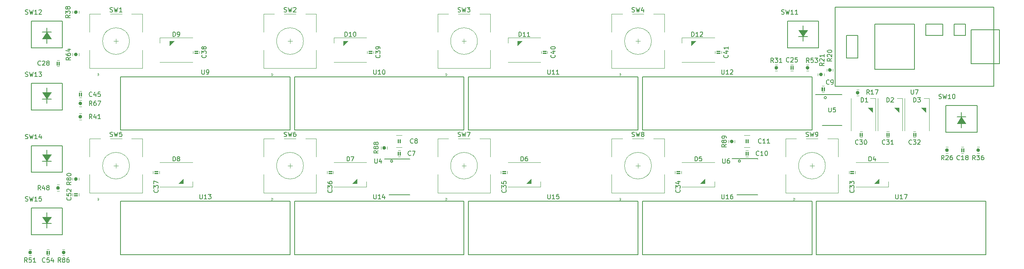
<source format=gto>
G04 #@! TF.GenerationSoftware,KiCad,Pcbnew,(5.1.2)-1*
G04 #@! TF.CreationDate,2019-07-16T00:40:52+10:00*
G04 #@! TF.ProjectId,EncoderBoard,456e636f-6465-4724-926f-6172642e6b69,A*
G04 #@! TF.SameCoordinates,Original*
G04 #@! TF.FileFunction,Legend,Top*
G04 #@! TF.FilePolarity,Positive*
%FSLAX46Y46*%
G04 Gerber Fmt 4.6, Leading zero omitted, Abs format (unit mm)*
G04 Created by KiCad (PCBNEW (5.1.2)-1) date 2019-07-16 00:40:52*
%MOMM*%
%LPD*%
G04 APERTURE LIST*
%ADD10C,0.400000*%
%ADD11C,0.120000*%
%ADD12C,0.100000*%
%ADD13C,0.150000*%
G04 APERTURE END LIST*
D10*
X211700000Y-83058000D02*
G75*
G03X211700000Y-83058000I-200000J0D01*
G01*
D11*
X210790000Y-82799422D02*
X210790000Y-83316578D01*
X212210000Y-82799422D02*
X212210000Y-83316578D01*
D12*
G36*
X227500000Y-59500000D02*
G01*
X228500000Y-58000000D01*
X226500000Y-58000000D01*
X227500000Y-59500000D01*
G37*
X227500000Y-59500000D02*
X228500000Y-58000000D01*
X226500000Y-58000000D01*
X227500000Y-59500000D01*
D13*
X227500000Y-57000000D02*
X227500000Y-60500000D01*
X228500000Y-59500000D02*
X226500000Y-59500000D01*
X224000000Y-62000000D02*
X224000000Y-56000000D01*
X231000000Y-62000000D02*
X224000000Y-62000000D01*
X231000000Y-56000000D02*
X231000000Y-62000000D01*
X224000000Y-56000000D02*
X231000000Y-56000000D01*
D10*
X239938000Y-72098000D02*
G75*
G03X239938000Y-72098000I-200000J0D01*
G01*
D11*
X239996578Y-71388000D02*
X239479422Y-71388000D01*
X239996578Y-72808000D02*
X239479422Y-72808000D01*
D12*
G36*
X202476000Y-61484000D02*
G01*
X202476000Y-60468000D01*
X203492000Y-60468000D01*
X202476000Y-61484000D01*
G37*
X202476000Y-61484000D02*
X202476000Y-60468000D01*
X203492000Y-60468000D01*
X202476000Y-61484000D01*
D11*
X207650000Y-65250000D02*
X200350000Y-65250000D01*
X207650000Y-59750000D02*
X200350000Y-59750000D01*
X200350000Y-59750000D02*
X200350000Y-60900000D01*
D12*
G36*
X208119000Y-62873000D02*
G01*
X208119000Y-62682500D01*
X208881000Y-62682500D01*
X208881000Y-62873000D01*
X208119000Y-62873000D01*
G37*
X208119000Y-62873000D02*
X208119000Y-62682500D01*
X208881000Y-62682500D01*
X208881000Y-62873000D01*
X208119000Y-62873000D01*
G36*
X208119000Y-63317500D02*
G01*
X208119000Y-63127000D01*
X208881000Y-63127000D01*
X208881000Y-63317500D01*
X208119000Y-63317500D01*
G37*
X208119000Y-63317500D02*
X208119000Y-63127000D01*
X208881000Y-63127000D01*
X208881000Y-63317500D01*
X208119000Y-63317500D01*
D11*
X209210000Y-63258578D02*
X209210000Y-62741422D01*
X207790000Y-63258578D02*
X207790000Y-62741422D01*
D13*
X113500000Y-108500000D02*
X113500000Y-96500000D01*
X151500000Y-108500000D02*
X113500000Y-108500000D01*
X151500000Y-96500000D02*
X151500000Y-108500000D01*
X113500000Y-96500000D02*
X151500000Y-96500000D01*
D11*
X73500000Y-61000000D02*
X73500000Y-60000000D01*
X73000000Y-60500000D02*
X74000000Y-60500000D01*
X77000000Y-54400000D02*
X79400000Y-54400000D01*
X72200000Y-54400000D02*
X74800000Y-54400000D01*
X67600000Y-54400000D02*
X70000000Y-54400000D01*
X69400000Y-67700000D02*
X69700000Y-68000000D01*
X69400000Y-68300000D02*
X69400000Y-67700000D01*
X69700000Y-68000000D02*
X69400000Y-68300000D01*
X67600000Y-66600000D02*
X79400000Y-66600000D01*
X67600000Y-62500000D02*
X67600000Y-66600000D01*
X79400000Y-62500000D02*
X79400000Y-66600000D01*
X79400000Y-54400000D02*
X79400000Y-58500000D01*
X67600000Y-58500000D02*
X67600000Y-54400000D01*
X76500000Y-60500000D02*
G75*
G03X76500000Y-60500000I-3000000J0D01*
G01*
X112500000Y-61000000D02*
X112500000Y-60000000D01*
X112000000Y-60500000D02*
X113000000Y-60500000D01*
X116000000Y-54400000D02*
X118400000Y-54400000D01*
X111200000Y-54400000D02*
X113800000Y-54400000D01*
X106600000Y-54400000D02*
X109000000Y-54400000D01*
X108400000Y-67700000D02*
X108700000Y-68000000D01*
X108400000Y-68300000D02*
X108400000Y-67700000D01*
X108700000Y-68000000D02*
X108400000Y-68300000D01*
X106600000Y-66600000D02*
X118400000Y-66600000D01*
X106600000Y-62500000D02*
X106600000Y-66600000D01*
X118400000Y-62500000D02*
X118400000Y-66600000D01*
X118400000Y-54400000D02*
X118400000Y-58500000D01*
X106600000Y-58500000D02*
X106600000Y-54400000D01*
X115500000Y-60500000D02*
G75*
G03X115500000Y-60500000I-3000000J0D01*
G01*
X151500000Y-61000000D02*
X151500000Y-60000000D01*
X151000000Y-60500000D02*
X152000000Y-60500000D01*
X155000000Y-54400000D02*
X157400000Y-54400000D01*
X150200000Y-54400000D02*
X152800000Y-54400000D01*
X145600000Y-54400000D02*
X148000000Y-54400000D01*
X147400000Y-67700000D02*
X147700000Y-68000000D01*
X147400000Y-68300000D02*
X147400000Y-67700000D01*
X147700000Y-68000000D02*
X147400000Y-68300000D01*
X145600000Y-66600000D02*
X157400000Y-66600000D01*
X145600000Y-62500000D02*
X145600000Y-66600000D01*
X157400000Y-62500000D02*
X157400000Y-66600000D01*
X157400000Y-54400000D02*
X157400000Y-58500000D01*
X145600000Y-58500000D02*
X145600000Y-54400000D01*
X154500000Y-60500000D02*
G75*
G03X154500000Y-60500000I-3000000J0D01*
G01*
X190500000Y-61000000D02*
X190500000Y-60000000D01*
X190000000Y-60500000D02*
X191000000Y-60500000D01*
X194000000Y-54400000D02*
X196400000Y-54400000D01*
X189200000Y-54400000D02*
X191800000Y-54400000D01*
X184600000Y-54400000D02*
X187000000Y-54400000D01*
X186400000Y-67700000D02*
X186700000Y-68000000D01*
X186400000Y-68300000D02*
X186400000Y-67700000D01*
X186700000Y-68000000D02*
X186400000Y-68300000D01*
X184600000Y-66600000D02*
X196400000Y-66600000D01*
X184600000Y-62500000D02*
X184600000Y-66600000D01*
X196400000Y-62500000D02*
X196400000Y-66600000D01*
X196400000Y-54400000D02*
X196400000Y-58500000D01*
X184600000Y-58500000D02*
X184600000Y-54400000D01*
X193500000Y-60500000D02*
G75*
G03X193500000Y-60500000I-3000000J0D01*
G01*
X73500000Y-89000000D02*
X73500000Y-88000000D01*
X73000000Y-88500000D02*
X74000000Y-88500000D01*
X77000000Y-82400000D02*
X79400000Y-82400000D01*
X72200000Y-82400000D02*
X74800000Y-82400000D01*
X67600000Y-82400000D02*
X70000000Y-82400000D01*
X69400000Y-95700000D02*
X69700000Y-96000000D01*
X69400000Y-96300000D02*
X69400000Y-95700000D01*
X69700000Y-96000000D02*
X69400000Y-96300000D01*
X67600000Y-94600000D02*
X79400000Y-94600000D01*
X67600000Y-90500000D02*
X67600000Y-94600000D01*
X79400000Y-90500000D02*
X79400000Y-94600000D01*
X79400000Y-82400000D02*
X79400000Y-86500000D01*
X67600000Y-86500000D02*
X67600000Y-82400000D01*
X76500000Y-88500000D02*
G75*
G03X76500000Y-88500000I-3000000J0D01*
G01*
X112500000Y-89000000D02*
X112500000Y-88000000D01*
X112000000Y-88500000D02*
X113000000Y-88500000D01*
X116000000Y-82400000D02*
X118400000Y-82400000D01*
X111200000Y-82400000D02*
X113800000Y-82400000D01*
X106600000Y-82400000D02*
X109000000Y-82400000D01*
X108400000Y-95700000D02*
X108700000Y-96000000D01*
X108400000Y-96300000D02*
X108400000Y-95700000D01*
X108700000Y-96000000D02*
X108400000Y-96300000D01*
X106600000Y-94600000D02*
X118400000Y-94600000D01*
X106600000Y-90500000D02*
X106600000Y-94600000D01*
X118400000Y-90500000D02*
X118400000Y-94600000D01*
X118400000Y-82400000D02*
X118400000Y-86500000D01*
X106600000Y-86500000D02*
X106600000Y-82400000D01*
X115500000Y-88500000D02*
G75*
G03X115500000Y-88500000I-3000000J0D01*
G01*
X151500000Y-89000000D02*
X151500000Y-88000000D01*
X151000000Y-88500000D02*
X152000000Y-88500000D01*
X155000000Y-82400000D02*
X157400000Y-82400000D01*
X150200000Y-82400000D02*
X152800000Y-82400000D01*
X145600000Y-82400000D02*
X148000000Y-82400000D01*
X147400000Y-95700000D02*
X147700000Y-96000000D01*
X147400000Y-96300000D02*
X147400000Y-95700000D01*
X147700000Y-96000000D02*
X147400000Y-96300000D01*
X145600000Y-94600000D02*
X157400000Y-94600000D01*
X145600000Y-90500000D02*
X145600000Y-94600000D01*
X157400000Y-90500000D02*
X157400000Y-94600000D01*
X157400000Y-82400000D02*
X157400000Y-86500000D01*
X145600000Y-86500000D02*
X145600000Y-82400000D01*
X154500000Y-88500000D02*
G75*
G03X154500000Y-88500000I-3000000J0D01*
G01*
X190500000Y-89000000D02*
X190500000Y-88000000D01*
X190000000Y-88500000D02*
X191000000Y-88500000D01*
X194000000Y-82400000D02*
X196400000Y-82400000D01*
X189200000Y-82400000D02*
X191800000Y-82400000D01*
X184600000Y-82400000D02*
X187000000Y-82400000D01*
X186400000Y-95700000D02*
X186700000Y-96000000D01*
X186400000Y-96300000D02*
X186400000Y-95700000D01*
X186700000Y-96000000D02*
X186400000Y-96300000D01*
X184600000Y-94600000D02*
X196400000Y-94600000D01*
X184600000Y-90500000D02*
X184600000Y-94600000D01*
X196400000Y-90500000D02*
X196400000Y-94600000D01*
X196400000Y-82400000D02*
X196400000Y-86500000D01*
X184600000Y-86500000D02*
X184600000Y-82400000D01*
X193500000Y-88500000D02*
G75*
G03X193500000Y-88500000I-3000000J0D01*
G01*
X229500000Y-89000000D02*
X229500000Y-88000000D01*
X229000000Y-88500000D02*
X230000000Y-88500000D01*
X233000000Y-82400000D02*
X235400000Y-82400000D01*
X228200000Y-82400000D02*
X230800000Y-82400000D01*
X223600000Y-82400000D02*
X226000000Y-82400000D01*
X225400000Y-95700000D02*
X225700000Y-96000000D01*
X225400000Y-96300000D02*
X225400000Y-95700000D01*
X225700000Y-96000000D02*
X225400000Y-96300000D01*
X223600000Y-94600000D02*
X235400000Y-94600000D01*
X223600000Y-90500000D02*
X223600000Y-94600000D01*
X235400000Y-90500000D02*
X235400000Y-94600000D01*
X235400000Y-82400000D02*
X235400000Y-86500000D01*
X223600000Y-86500000D02*
X223600000Y-82400000D01*
X232500000Y-88500000D02*
G75*
G03X232500000Y-88500000I-3000000J0D01*
G01*
D13*
X270270000Y-52905000D02*
X270270000Y-70685000D01*
X234710000Y-52905000D02*
X270270000Y-52905000D01*
X234710000Y-70685000D02*
X234710000Y-52905000D01*
X270270000Y-70685000D02*
X234710000Y-70685000D01*
X243600000Y-56715000D02*
X252490000Y-56715000D01*
X243600000Y-66875000D02*
X252490000Y-66875000D01*
X252490000Y-66875000D02*
X252490000Y-56715000D01*
X243600000Y-56715000D02*
X243600000Y-66875000D01*
X239790000Y-64335000D02*
X237250000Y-64335000D01*
X239790000Y-59255000D02*
X239790000Y-64335000D01*
X237250000Y-59255000D02*
X239790000Y-59255000D01*
X237250000Y-64335000D02*
X237250000Y-59255000D01*
X263920000Y-59255000D02*
X263920000Y-56715000D01*
X261380000Y-59255000D02*
X263920000Y-59255000D01*
X261380000Y-56715000D02*
X261380000Y-59255000D01*
X263920000Y-56715000D02*
X261380000Y-56715000D01*
X265190000Y-57985000D02*
X270270000Y-57985000D01*
X265190000Y-65605000D02*
X270270000Y-65605000D01*
X265190000Y-57985000D02*
X265190000Y-65605000D01*
X258840000Y-59255000D02*
X258840000Y-56715000D01*
X255030000Y-59255000D02*
X258840000Y-59255000D01*
X255030000Y-56715000D02*
X255030000Y-59255000D01*
X258840000Y-56715000D02*
X255030000Y-56715000D01*
X271540000Y-65605000D02*
X270270000Y-65605000D01*
X271540000Y-57985000D02*
X271540000Y-65605000D01*
X270270000Y-57985000D02*
X271540000Y-57985000D01*
D12*
G36*
X263000000Y-77500000D02*
G01*
X262000000Y-79000000D01*
X264000000Y-79000000D01*
X263000000Y-77500000D01*
G37*
X263000000Y-77500000D02*
X262000000Y-79000000D01*
X264000000Y-79000000D01*
X263000000Y-77500000D01*
D13*
X262000000Y-77500000D02*
X264000000Y-77500000D01*
X263000000Y-80000000D02*
X263000000Y-76500000D01*
X259500000Y-81000000D02*
X259500000Y-75000000D01*
X266500000Y-81000000D02*
X259500000Y-81000000D01*
X266500000Y-75000000D02*
X266500000Y-81000000D01*
X259500000Y-75000000D02*
X266500000Y-75000000D01*
D12*
G36*
X58000000Y-58500000D02*
G01*
X57000000Y-60000000D01*
X59000000Y-60000000D01*
X58000000Y-58500000D01*
G37*
X58000000Y-58500000D02*
X57000000Y-60000000D01*
X59000000Y-60000000D01*
X58000000Y-58500000D01*
D13*
X58000000Y-61000000D02*
X58000000Y-57500000D01*
X57000000Y-58500000D02*
X59000000Y-58500000D01*
X54500000Y-62000000D02*
X54500000Y-56000000D01*
X61500000Y-62000000D02*
X54500000Y-62000000D01*
X61500000Y-56000000D02*
X61500000Y-62000000D01*
X54500000Y-56000000D02*
X61500000Y-56000000D01*
D12*
G36*
X58000000Y-73500000D02*
G01*
X59000000Y-72000000D01*
X57000000Y-72000000D01*
X58000000Y-73500000D01*
G37*
X58000000Y-73500000D02*
X59000000Y-72000000D01*
X57000000Y-72000000D01*
X58000000Y-73500000D01*
D13*
X58000000Y-71000000D02*
X58000000Y-74500000D01*
X59000000Y-73500000D02*
X57000000Y-73500000D01*
X54500000Y-76000000D02*
X54500000Y-70000000D01*
X61500000Y-76000000D02*
X54500000Y-76000000D01*
X61500000Y-70000000D02*
X61500000Y-76000000D01*
X54500000Y-70000000D02*
X61500000Y-70000000D01*
D12*
G36*
X58000000Y-87500000D02*
G01*
X59000000Y-86000000D01*
X57000000Y-86000000D01*
X58000000Y-87500000D01*
G37*
X58000000Y-87500000D02*
X59000000Y-86000000D01*
X57000000Y-86000000D01*
X58000000Y-87500000D01*
D13*
X58000000Y-85000000D02*
X58000000Y-88500000D01*
X59000000Y-87500000D02*
X57000000Y-87500000D01*
X54500000Y-90000000D02*
X54500000Y-84000000D01*
X61500000Y-90000000D02*
X54500000Y-90000000D01*
X61500000Y-84000000D02*
X61500000Y-90000000D01*
X54500000Y-84000000D02*
X61500000Y-84000000D01*
D12*
G36*
X58000000Y-101500000D02*
G01*
X59000000Y-100000000D01*
X57000000Y-100000000D01*
X58000000Y-101500000D01*
G37*
X58000000Y-101500000D02*
X59000000Y-100000000D01*
X57000000Y-100000000D01*
X58000000Y-101500000D01*
D13*
X58000000Y-99000000D02*
X58000000Y-102500000D01*
X59000000Y-101500000D02*
X57000000Y-101500000D01*
X54500000Y-104000000D02*
X54500000Y-98000000D01*
X61500000Y-104000000D02*
X54500000Y-104000000D01*
X61500000Y-98000000D02*
X61500000Y-104000000D01*
X54500000Y-98000000D02*
X61500000Y-98000000D01*
D12*
G36*
X242016000Y-75476000D02*
G01*
X243032000Y-75476000D01*
X243032000Y-76492000D01*
X242016000Y-75476000D01*
G37*
X242016000Y-75476000D02*
X243032000Y-75476000D01*
X243032000Y-76492000D01*
X242016000Y-75476000D01*
D11*
X238250000Y-80650000D02*
X238250000Y-73350000D01*
X243750000Y-80650000D02*
X243750000Y-73350000D01*
X243750000Y-73350000D02*
X242600000Y-73350000D01*
D12*
G36*
X248016000Y-75476000D02*
G01*
X249032000Y-75476000D01*
X249032000Y-76492000D01*
X248016000Y-75476000D01*
G37*
X248016000Y-75476000D02*
X249032000Y-75476000D01*
X249032000Y-76492000D01*
X248016000Y-75476000D01*
D11*
X244250000Y-80650000D02*
X244250000Y-73350000D01*
X249750000Y-80650000D02*
X249750000Y-73350000D01*
X249750000Y-73350000D02*
X248600000Y-73350000D01*
D12*
G36*
X254016000Y-75476000D02*
G01*
X255032000Y-75476000D01*
X255032000Y-76492000D01*
X254016000Y-75476000D01*
G37*
X254016000Y-75476000D02*
X255032000Y-75476000D01*
X255032000Y-76492000D01*
X254016000Y-75476000D01*
D11*
X250250000Y-80650000D02*
X250250000Y-73350000D01*
X255750000Y-80650000D02*
X255750000Y-73350000D01*
X255750000Y-73350000D02*
X254600000Y-73350000D01*
D12*
G36*
X244524000Y-91516000D02*
G01*
X244524000Y-92532000D01*
X243508000Y-92532000D01*
X244524000Y-91516000D01*
G37*
X244524000Y-91516000D02*
X244524000Y-92532000D01*
X243508000Y-92532000D01*
X244524000Y-91516000D01*
D11*
X239350000Y-87750000D02*
X246650000Y-87750000D01*
X239350000Y-93250000D02*
X246650000Y-93250000D01*
X246650000Y-93250000D02*
X246650000Y-92100000D01*
D12*
G36*
X205524000Y-91516000D02*
G01*
X205524000Y-92532000D01*
X204508000Y-92532000D01*
X205524000Y-91516000D01*
G37*
X205524000Y-91516000D02*
X205524000Y-92532000D01*
X204508000Y-92532000D01*
X205524000Y-91516000D01*
D11*
X200350000Y-87750000D02*
X207650000Y-87750000D01*
X200350000Y-93250000D02*
X207650000Y-93250000D01*
X207650000Y-93250000D02*
X207650000Y-92100000D01*
D12*
G36*
X166524000Y-91516000D02*
G01*
X166524000Y-92532000D01*
X165508000Y-92532000D01*
X166524000Y-91516000D01*
G37*
X166524000Y-91516000D02*
X166524000Y-92532000D01*
X165508000Y-92532000D01*
X166524000Y-91516000D01*
D11*
X161350000Y-87750000D02*
X168650000Y-87750000D01*
X161350000Y-93250000D02*
X168650000Y-93250000D01*
X168650000Y-93250000D02*
X168650000Y-92100000D01*
D12*
G36*
X127524000Y-91516000D02*
G01*
X127524000Y-92532000D01*
X126508000Y-92532000D01*
X127524000Y-91516000D01*
G37*
X127524000Y-91516000D02*
X127524000Y-92532000D01*
X126508000Y-92532000D01*
X127524000Y-91516000D01*
D11*
X122350000Y-87750000D02*
X129650000Y-87750000D01*
X122350000Y-93250000D02*
X129650000Y-93250000D01*
X129650000Y-93250000D02*
X129650000Y-92100000D01*
D12*
G36*
X88524000Y-91516000D02*
G01*
X88524000Y-92532000D01*
X87508000Y-92532000D01*
X88524000Y-91516000D01*
G37*
X88524000Y-91516000D02*
X88524000Y-92532000D01*
X87508000Y-92532000D01*
X88524000Y-91516000D01*
D11*
X83350000Y-87750000D02*
X90650000Y-87750000D01*
X83350000Y-93250000D02*
X90650000Y-93250000D01*
X90650000Y-93250000D02*
X90650000Y-92100000D01*
D12*
G36*
X85476000Y-61484000D02*
G01*
X85476000Y-60468000D01*
X86492000Y-60468000D01*
X85476000Y-61484000D01*
G37*
X85476000Y-61484000D02*
X85476000Y-60468000D01*
X86492000Y-60468000D01*
X85476000Y-61484000D01*
D11*
X90650000Y-65250000D02*
X83350000Y-65250000D01*
X90650000Y-59750000D02*
X83350000Y-59750000D01*
X83350000Y-59750000D02*
X83350000Y-60900000D01*
D12*
G36*
X124476000Y-61484000D02*
G01*
X124476000Y-60468000D01*
X125492000Y-60468000D01*
X124476000Y-61484000D01*
G37*
X124476000Y-61484000D02*
X124476000Y-60468000D01*
X125492000Y-60468000D01*
X124476000Y-61484000D01*
D11*
X129650000Y-65250000D02*
X122350000Y-65250000D01*
X129650000Y-59750000D02*
X122350000Y-59750000D01*
X122350000Y-59750000D02*
X122350000Y-60900000D01*
D12*
G36*
X163476000Y-61484000D02*
G01*
X163476000Y-60468000D01*
X164492000Y-60468000D01*
X163476000Y-61484000D01*
G37*
X163476000Y-61484000D02*
X163476000Y-60468000D01*
X164492000Y-60468000D01*
X163476000Y-61484000D01*
D11*
X168650000Y-65250000D02*
X161350000Y-65250000D01*
X168650000Y-59750000D02*
X161350000Y-59750000D01*
X161350000Y-59750000D02*
X161350000Y-60900000D01*
D12*
G36*
X136823000Y-86131000D02*
G01*
X136632500Y-86131000D01*
X136632500Y-85369000D01*
X136823000Y-85369000D01*
X136823000Y-86131000D01*
G37*
X136823000Y-86131000D02*
X136632500Y-86131000D01*
X136632500Y-85369000D01*
X136823000Y-85369000D01*
X136823000Y-86131000D01*
G36*
X137267500Y-86131000D02*
G01*
X137077000Y-86131000D01*
X137077000Y-85369000D01*
X137267500Y-85369000D01*
X137267500Y-86131000D01*
G37*
X137267500Y-86131000D02*
X137077000Y-86131000D01*
X137077000Y-85369000D01*
X137267500Y-85369000D01*
X137267500Y-86131000D01*
D11*
X137208578Y-85040000D02*
X136691422Y-85040000D01*
X137208578Y-86460000D02*
X136691422Y-86460000D01*
D12*
G36*
X136823000Y-83381000D02*
G01*
X136632500Y-83381000D01*
X136632500Y-82619000D01*
X136823000Y-82619000D01*
X136823000Y-83381000D01*
G37*
X136823000Y-83381000D02*
X136632500Y-83381000D01*
X136632500Y-82619000D01*
X136823000Y-82619000D01*
X136823000Y-83381000D01*
G36*
X137267500Y-83381000D02*
G01*
X137077000Y-83381000D01*
X137077000Y-82619000D01*
X137267500Y-82619000D01*
X137267500Y-83381000D01*
G37*
X137267500Y-83381000D02*
X137077000Y-83381000D01*
X137077000Y-82619000D01*
X137267500Y-82619000D01*
X137267500Y-83381000D01*
D11*
X137552064Y-81640000D02*
X136347936Y-81640000D01*
X137552064Y-84360000D02*
X136347936Y-84360000D01*
D12*
G36*
X232127000Y-70869000D02*
G01*
X232317500Y-70869000D01*
X232317500Y-71631000D01*
X232127000Y-71631000D01*
X232127000Y-70869000D01*
G37*
X232127000Y-70869000D02*
X232317500Y-70869000D01*
X232317500Y-71631000D01*
X232127000Y-71631000D01*
X232127000Y-70869000D01*
G36*
X231682500Y-70869000D02*
G01*
X231873000Y-70869000D01*
X231873000Y-71631000D01*
X231682500Y-71631000D01*
X231682500Y-70869000D01*
G37*
X231682500Y-70869000D02*
X231873000Y-70869000D01*
X231873000Y-71631000D01*
X231682500Y-71631000D01*
X231682500Y-70869000D01*
D11*
X231741422Y-71960000D02*
X232258578Y-71960000D01*
X231741422Y-70540000D02*
X232258578Y-70540000D01*
D12*
G36*
X214793000Y-86131000D02*
G01*
X214602500Y-86131000D01*
X214602500Y-85369000D01*
X214793000Y-85369000D01*
X214793000Y-86131000D01*
G37*
X214793000Y-86131000D02*
X214602500Y-86131000D01*
X214602500Y-85369000D01*
X214793000Y-85369000D01*
X214793000Y-86131000D01*
G36*
X215237500Y-86131000D02*
G01*
X215047000Y-86131000D01*
X215047000Y-85369000D01*
X215237500Y-85369000D01*
X215237500Y-86131000D01*
G37*
X215237500Y-86131000D02*
X215047000Y-86131000D01*
X215047000Y-85369000D01*
X215237500Y-85369000D01*
X215237500Y-86131000D01*
D11*
X215178578Y-85040000D02*
X214661422Y-85040000D01*
X215178578Y-86460000D02*
X214661422Y-86460000D01*
D12*
G36*
X214793000Y-83381000D02*
G01*
X214602500Y-83381000D01*
X214602500Y-82619000D01*
X214793000Y-82619000D01*
X214793000Y-83381000D01*
G37*
X214793000Y-83381000D02*
X214602500Y-83381000D01*
X214602500Y-82619000D01*
X214793000Y-82619000D01*
X214793000Y-83381000D01*
G36*
X215237500Y-83381000D02*
G01*
X215047000Y-83381000D01*
X215047000Y-82619000D01*
X215237500Y-82619000D01*
X215237500Y-83381000D01*
G37*
X215237500Y-83381000D02*
X215047000Y-83381000D01*
X215047000Y-82619000D01*
X215237500Y-82619000D01*
X215237500Y-83381000D01*
D11*
X215522064Y-81640000D02*
X214317936Y-81640000D01*
X215522064Y-84360000D02*
X214317936Y-84360000D01*
D12*
G36*
X240627000Y-81119000D02*
G01*
X240817500Y-81119000D01*
X240817500Y-81881000D01*
X240627000Y-81881000D01*
X240627000Y-81119000D01*
G37*
X240627000Y-81119000D02*
X240817500Y-81119000D01*
X240817500Y-81881000D01*
X240627000Y-81881000D01*
X240627000Y-81119000D01*
G36*
X240182500Y-81119000D02*
G01*
X240373000Y-81119000D01*
X240373000Y-81881000D01*
X240182500Y-81881000D01*
X240182500Y-81119000D01*
G37*
X240182500Y-81119000D02*
X240373000Y-81119000D01*
X240373000Y-81881000D01*
X240182500Y-81881000D01*
X240182500Y-81119000D01*
D11*
X240241422Y-82210000D02*
X240758578Y-82210000D01*
X240241422Y-80790000D02*
X240758578Y-80790000D01*
D12*
G36*
X246627000Y-81119000D02*
G01*
X246817500Y-81119000D01*
X246817500Y-81881000D01*
X246627000Y-81881000D01*
X246627000Y-81119000D01*
G37*
X246627000Y-81119000D02*
X246817500Y-81119000D01*
X246817500Y-81881000D01*
X246627000Y-81881000D01*
X246627000Y-81119000D01*
G36*
X246182500Y-81119000D02*
G01*
X246373000Y-81119000D01*
X246373000Y-81881000D01*
X246182500Y-81881000D01*
X246182500Y-81119000D01*
G37*
X246182500Y-81119000D02*
X246373000Y-81119000D01*
X246373000Y-81881000D01*
X246182500Y-81881000D01*
X246182500Y-81119000D01*
D11*
X246241422Y-82210000D02*
X246758578Y-82210000D01*
X246241422Y-80790000D02*
X246758578Y-80790000D01*
D12*
G36*
X252627000Y-81119000D02*
G01*
X252817500Y-81119000D01*
X252817500Y-81881000D01*
X252627000Y-81881000D01*
X252627000Y-81119000D01*
G37*
X252627000Y-81119000D02*
X252817500Y-81119000D01*
X252817500Y-81881000D01*
X252627000Y-81881000D01*
X252627000Y-81119000D01*
G36*
X252182500Y-81119000D02*
G01*
X252373000Y-81119000D01*
X252373000Y-81881000D01*
X252182500Y-81881000D01*
X252182500Y-81119000D01*
G37*
X252182500Y-81119000D02*
X252373000Y-81119000D01*
X252373000Y-81881000D01*
X252182500Y-81881000D01*
X252182500Y-81119000D01*
D11*
X252241422Y-82210000D02*
X252758578Y-82210000D01*
X252241422Y-80790000D02*
X252758578Y-80790000D01*
D12*
G36*
X238881000Y-90127000D02*
G01*
X238881000Y-90317500D01*
X238119000Y-90317500D01*
X238119000Y-90127000D01*
X238881000Y-90127000D01*
G37*
X238881000Y-90127000D02*
X238881000Y-90317500D01*
X238119000Y-90317500D01*
X238119000Y-90127000D01*
X238881000Y-90127000D01*
G36*
X238881000Y-89682500D02*
G01*
X238881000Y-89873000D01*
X238119000Y-89873000D01*
X238119000Y-89682500D01*
X238881000Y-89682500D01*
G37*
X238881000Y-89682500D02*
X238881000Y-89873000D01*
X238119000Y-89873000D01*
X238119000Y-89682500D01*
X238881000Y-89682500D01*
D11*
X237790000Y-89741422D02*
X237790000Y-90258578D01*
X239210000Y-89741422D02*
X239210000Y-90258578D01*
D12*
G36*
X199881000Y-90127000D02*
G01*
X199881000Y-90317500D01*
X199119000Y-90317500D01*
X199119000Y-90127000D01*
X199881000Y-90127000D01*
G37*
X199881000Y-90127000D02*
X199881000Y-90317500D01*
X199119000Y-90317500D01*
X199119000Y-90127000D01*
X199881000Y-90127000D01*
G36*
X199881000Y-89682500D02*
G01*
X199881000Y-89873000D01*
X199119000Y-89873000D01*
X199119000Y-89682500D01*
X199881000Y-89682500D01*
G37*
X199881000Y-89682500D02*
X199881000Y-89873000D01*
X199119000Y-89873000D01*
X199119000Y-89682500D01*
X199881000Y-89682500D01*
D11*
X198790000Y-89741422D02*
X198790000Y-90258578D01*
X200210000Y-89741422D02*
X200210000Y-90258578D01*
D12*
G36*
X160881000Y-90127000D02*
G01*
X160881000Y-90317500D01*
X160119000Y-90317500D01*
X160119000Y-90127000D01*
X160881000Y-90127000D01*
G37*
X160881000Y-90127000D02*
X160881000Y-90317500D01*
X160119000Y-90317500D01*
X160119000Y-90127000D01*
X160881000Y-90127000D01*
G36*
X160881000Y-89682500D02*
G01*
X160881000Y-89873000D01*
X160119000Y-89873000D01*
X160119000Y-89682500D01*
X160881000Y-89682500D01*
G37*
X160881000Y-89682500D02*
X160881000Y-89873000D01*
X160119000Y-89873000D01*
X160119000Y-89682500D01*
X160881000Y-89682500D01*
D11*
X159790000Y-89741422D02*
X159790000Y-90258578D01*
X161210000Y-89741422D02*
X161210000Y-90258578D01*
D12*
G36*
X121881000Y-90127000D02*
G01*
X121881000Y-90317500D01*
X121119000Y-90317500D01*
X121119000Y-90127000D01*
X121881000Y-90127000D01*
G37*
X121881000Y-90127000D02*
X121881000Y-90317500D01*
X121119000Y-90317500D01*
X121119000Y-90127000D01*
X121881000Y-90127000D01*
G36*
X121881000Y-89682500D02*
G01*
X121881000Y-89873000D01*
X121119000Y-89873000D01*
X121119000Y-89682500D01*
X121881000Y-89682500D01*
G37*
X121881000Y-89682500D02*
X121881000Y-89873000D01*
X121119000Y-89873000D01*
X121119000Y-89682500D01*
X121881000Y-89682500D01*
D11*
X120790000Y-89741422D02*
X120790000Y-90258578D01*
X122210000Y-89741422D02*
X122210000Y-90258578D01*
D12*
G36*
X82881000Y-90127000D02*
G01*
X82881000Y-90317500D01*
X82119000Y-90317500D01*
X82119000Y-90127000D01*
X82881000Y-90127000D01*
G37*
X82881000Y-90127000D02*
X82881000Y-90317500D01*
X82119000Y-90317500D01*
X82119000Y-90127000D01*
X82881000Y-90127000D01*
G36*
X82881000Y-89682500D02*
G01*
X82881000Y-89873000D01*
X82119000Y-89873000D01*
X82119000Y-89682500D01*
X82881000Y-89682500D01*
G37*
X82881000Y-89682500D02*
X82881000Y-89873000D01*
X82119000Y-89873000D01*
X82119000Y-89682500D01*
X82881000Y-89682500D01*
D11*
X81790000Y-89741422D02*
X81790000Y-90258578D01*
X83210000Y-89741422D02*
X83210000Y-90258578D01*
D12*
G36*
X91119000Y-62873000D02*
G01*
X91119000Y-62682500D01*
X91881000Y-62682500D01*
X91881000Y-62873000D01*
X91119000Y-62873000D01*
G37*
X91119000Y-62873000D02*
X91119000Y-62682500D01*
X91881000Y-62682500D01*
X91881000Y-62873000D01*
X91119000Y-62873000D01*
G36*
X91119000Y-63317500D02*
G01*
X91119000Y-63127000D01*
X91881000Y-63127000D01*
X91881000Y-63317500D01*
X91119000Y-63317500D01*
G37*
X91119000Y-63317500D02*
X91119000Y-63127000D01*
X91881000Y-63127000D01*
X91881000Y-63317500D01*
X91119000Y-63317500D01*
D11*
X92210000Y-63258578D02*
X92210000Y-62741422D01*
X90790000Y-63258578D02*
X90790000Y-62741422D01*
D12*
G36*
X130119000Y-62873000D02*
G01*
X130119000Y-62682500D01*
X130881000Y-62682500D01*
X130881000Y-62873000D01*
X130119000Y-62873000D01*
G37*
X130119000Y-62873000D02*
X130119000Y-62682500D01*
X130881000Y-62682500D01*
X130881000Y-62873000D01*
X130119000Y-62873000D01*
G36*
X130119000Y-63317500D02*
G01*
X130119000Y-63127000D01*
X130881000Y-63127000D01*
X130881000Y-63317500D01*
X130119000Y-63317500D01*
G37*
X130119000Y-63317500D02*
X130119000Y-63127000D01*
X130881000Y-63127000D01*
X130881000Y-63317500D01*
X130119000Y-63317500D01*
D11*
X131210000Y-63258578D02*
X131210000Y-62741422D01*
X129790000Y-63258578D02*
X129790000Y-62741422D01*
D12*
G36*
X169119000Y-62873000D02*
G01*
X169119000Y-62682500D01*
X169881000Y-62682500D01*
X169881000Y-62873000D01*
X169119000Y-62873000D01*
G37*
X169119000Y-62873000D02*
X169119000Y-62682500D01*
X169881000Y-62682500D01*
X169881000Y-62873000D01*
X169119000Y-62873000D01*
G36*
X169119000Y-63317500D02*
G01*
X169119000Y-63127000D01*
X169881000Y-63127000D01*
X169881000Y-63317500D01*
X169119000Y-63317500D01*
G37*
X169119000Y-63317500D02*
X169119000Y-63127000D01*
X169881000Y-63127000D01*
X169881000Y-63317500D01*
X169119000Y-63317500D01*
D11*
X170210000Y-63258578D02*
X170210000Y-62741422D01*
X168790000Y-63258578D02*
X168790000Y-62741422D01*
D10*
X233700000Y-67000000D02*
G75*
G03X233700000Y-67000000I-200000J0D01*
G01*
D11*
X232790000Y-66741422D02*
X232790000Y-67258578D01*
X234210000Y-66741422D02*
X234210000Y-67258578D01*
D10*
X231700000Y-68000000D02*
G75*
G03X231700000Y-68000000I-200000J0D01*
G01*
D11*
X230790000Y-67741422D02*
X230790000Y-68258578D01*
X232210000Y-67741422D02*
X232210000Y-68258578D01*
D10*
X259950000Y-85000000D02*
G75*
G03X259950000Y-85000000I-200000J0D01*
G01*
D11*
X259491422Y-85710000D02*
X260008578Y-85710000D01*
X259491422Y-84290000D02*
X260008578Y-84290000D01*
D10*
X221700000Y-66500000D02*
G75*
G03X221700000Y-66500000I-200000J0D01*
G01*
D11*
X221241422Y-67210000D02*
X221758578Y-67210000D01*
X221241422Y-65790000D02*
X221758578Y-65790000D01*
D10*
X64700000Y-54000000D02*
G75*
G03X64700000Y-54000000I-200000J0D01*
G01*
D11*
X63790000Y-53741422D02*
X63790000Y-54258578D01*
X65210000Y-53741422D02*
X65210000Y-54258578D01*
D10*
X65700000Y-77500000D02*
G75*
G03X65700000Y-77500000I-200000J0D01*
G01*
D11*
X65241422Y-78210000D02*
X65758578Y-78210000D01*
X65241422Y-76790000D02*
X65758578Y-76790000D01*
D10*
X60700000Y-93500000D02*
G75*
G03X60700000Y-93500000I-200000J0D01*
G01*
D11*
X60241422Y-94210000D02*
X60758578Y-94210000D01*
X60241422Y-92790000D02*
X60758578Y-92790000D01*
D10*
X54450000Y-108000000D02*
G75*
G03X54450000Y-108000000I-200000J0D01*
G01*
D11*
X53991422Y-108710000D02*
X54508578Y-108710000D01*
X53991422Y-107290000D02*
X54508578Y-107290000D01*
D13*
X135526000Y-87474000D02*
G75*
G03X135526000Y-87474000I-254000J0D01*
G01*
X139375000Y-87005000D02*
X139375000Y-87030000D01*
X139375000Y-95055000D02*
X139375000Y-95030000D01*
X134725000Y-95055000D02*
X134725000Y-95030000D01*
X133650000Y-86955000D02*
X139375000Y-86955000D01*
X134725000Y-95055000D02*
X139375000Y-95055000D01*
X213476000Y-87444000D02*
G75*
G03X213476000Y-87444000I-254000J0D01*
G01*
X217325000Y-86975000D02*
X217325000Y-87000000D01*
X217325000Y-95025000D02*
X217325000Y-95000000D01*
X212675000Y-95025000D02*
X212675000Y-95000000D01*
X211600000Y-86925000D02*
X217325000Y-86925000D01*
X212675000Y-95025000D02*
X217325000Y-95025000D01*
X74500000Y-80500000D02*
X74500000Y-68500000D01*
X112500000Y-80500000D02*
X74500000Y-80500000D01*
X112500000Y-68500000D02*
X112500000Y-80500000D01*
X74500000Y-68500000D02*
X112500000Y-68500000D01*
X113500000Y-80500000D02*
X113500000Y-68500000D01*
X151500000Y-80500000D02*
X113500000Y-80500000D01*
X151500000Y-68500000D02*
X151500000Y-80500000D01*
X113500000Y-68500000D02*
X151500000Y-68500000D01*
X152500000Y-80500000D02*
X152500000Y-68500000D01*
X190500000Y-80500000D02*
X152500000Y-80500000D01*
X190500000Y-68500000D02*
X190500000Y-80500000D01*
X152500000Y-68500000D02*
X190500000Y-68500000D01*
X191500000Y-80500000D02*
X191500000Y-68500000D01*
X229500000Y-80500000D02*
X191500000Y-80500000D01*
X229500000Y-68500000D02*
X229500000Y-80500000D01*
X191500000Y-68500000D02*
X229500000Y-68500000D01*
X74500000Y-108500000D02*
X74500000Y-96500000D01*
X112500000Y-108500000D02*
X74500000Y-108500000D01*
X112500000Y-96500000D02*
X112500000Y-108500000D01*
X74500000Y-96500000D02*
X112500000Y-96500000D01*
X152500000Y-108500000D02*
X152500000Y-96500000D01*
X190500000Y-108500000D02*
X152500000Y-108500000D01*
X190500000Y-96500000D02*
X190500000Y-108500000D01*
X152500000Y-96500000D02*
X190500000Y-96500000D01*
X191500000Y-108500000D02*
X191500000Y-96500000D01*
X229500000Y-108500000D02*
X191500000Y-108500000D01*
X229500000Y-96500000D02*
X229500000Y-108500000D01*
X191500000Y-96500000D02*
X229500000Y-96500000D01*
X230500000Y-108500000D02*
X230500000Y-96500000D01*
X268500000Y-108500000D02*
X230500000Y-108500000D01*
X268500000Y-96500000D02*
X268500000Y-108500000D01*
X230500000Y-96500000D02*
X268500000Y-96500000D01*
D12*
G36*
X263123000Y-85381000D02*
G01*
X262932500Y-85381000D01*
X262932500Y-84619000D01*
X263123000Y-84619000D01*
X263123000Y-85381000D01*
G37*
X263123000Y-85381000D02*
X262932500Y-85381000D01*
X262932500Y-84619000D01*
X263123000Y-84619000D01*
X263123000Y-85381000D01*
G36*
X263567500Y-85381000D02*
G01*
X263377000Y-85381000D01*
X263377000Y-84619000D01*
X263567500Y-84619000D01*
X263567500Y-85381000D01*
G37*
X263567500Y-85381000D02*
X263377000Y-85381000D01*
X263377000Y-84619000D01*
X263567500Y-84619000D01*
X263567500Y-85381000D01*
D11*
X263508578Y-84290000D02*
X262991422Y-84290000D01*
X263508578Y-85710000D02*
X262991422Y-85710000D01*
D12*
G36*
X224873000Y-66881000D02*
G01*
X224682500Y-66881000D01*
X224682500Y-66119000D01*
X224873000Y-66119000D01*
X224873000Y-66881000D01*
G37*
X224873000Y-66881000D02*
X224682500Y-66881000D01*
X224682500Y-66119000D01*
X224873000Y-66119000D01*
X224873000Y-66881000D01*
G36*
X225317500Y-66881000D02*
G01*
X225127000Y-66881000D01*
X225127000Y-66119000D01*
X225317500Y-66119000D01*
X225317500Y-66881000D01*
G37*
X225317500Y-66881000D02*
X225127000Y-66881000D01*
X225127000Y-66119000D01*
X225317500Y-66119000D01*
X225317500Y-66881000D01*
D11*
X225258578Y-65790000D02*
X224741422Y-65790000D01*
X225258578Y-67210000D02*
X224741422Y-67210000D01*
D12*
G36*
X60373000Y-65881000D02*
G01*
X60182500Y-65881000D01*
X60182500Y-65119000D01*
X60373000Y-65119000D01*
X60373000Y-65881000D01*
G37*
X60373000Y-65881000D02*
X60182500Y-65881000D01*
X60182500Y-65119000D01*
X60373000Y-65119000D01*
X60373000Y-65881000D01*
G36*
X60817500Y-65881000D02*
G01*
X60627000Y-65881000D01*
X60627000Y-65119000D01*
X60817500Y-65119000D01*
X60817500Y-65881000D01*
G37*
X60817500Y-65881000D02*
X60627000Y-65881000D01*
X60627000Y-65119000D01*
X60817500Y-65119000D01*
X60817500Y-65881000D01*
D11*
X60758578Y-64790000D02*
X60241422Y-64790000D01*
X60758578Y-66210000D02*
X60241422Y-66210000D01*
D12*
G36*
X65373000Y-72881000D02*
G01*
X65182500Y-72881000D01*
X65182500Y-72119000D01*
X65373000Y-72119000D01*
X65373000Y-72881000D01*
G37*
X65373000Y-72881000D02*
X65182500Y-72881000D01*
X65182500Y-72119000D01*
X65373000Y-72119000D01*
X65373000Y-72881000D01*
G36*
X65817500Y-72881000D02*
G01*
X65627000Y-72881000D01*
X65627000Y-72119000D01*
X65817500Y-72119000D01*
X65817500Y-72881000D01*
G37*
X65817500Y-72881000D02*
X65627000Y-72881000D01*
X65627000Y-72119000D01*
X65817500Y-72119000D01*
X65817500Y-72881000D01*
D11*
X65758578Y-71790000D02*
X65241422Y-71790000D01*
X65758578Y-73210000D02*
X65241422Y-73210000D01*
D12*
G36*
X64881000Y-95127000D02*
G01*
X64881000Y-95317500D01*
X64119000Y-95317500D01*
X64119000Y-95127000D01*
X64881000Y-95127000D01*
G37*
X64881000Y-95127000D02*
X64881000Y-95317500D01*
X64119000Y-95317500D01*
X64119000Y-95127000D01*
X64881000Y-95127000D01*
G36*
X64881000Y-94682500D02*
G01*
X64881000Y-94873000D01*
X64119000Y-94873000D01*
X64119000Y-94682500D01*
X64881000Y-94682500D01*
G37*
X64881000Y-94682500D02*
X64881000Y-94873000D01*
X64119000Y-94873000D01*
X64119000Y-94682500D01*
X64881000Y-94682500D01*
D11*
X63790000Y-94741422D02*
X63790000Y-95258578D01*
X65210000Y-94741422D02*
X65210000Y-95258578D01*
D12*
G36*
X58123000Y-108381000D02*
G01*
X57932500Y-108381000D01*
X57932500Y-107619000D01*
X58123000Y-107619000D01*
X58123000Y-108381000D01*
G37*
X58123000Y-108381000D02*
X57932500Y-108381000D01*
X57932500Y-107619000D01*
X58123000Y-107619000D01*
X58123000Y-108381000D01*
G36*
X58567500Y-108381000D02*
G01*
X58377000Y-108381000D01*
X58377000Y-107619000D01*
X58567500Y-107619000D01*
X58567500Y-108381000D01*
G37*
X58567500Y-108381000D02*
X58377000Y-108381000D01*
X58377000Y-107619000D01*
X58567500Y-107619000D01*
X58567500Y-108381000D01*
D11*
X58508578Y-107290000D02*
X57991422Y-107290000D01*
X58508578Y-108710000D02*
X57991422Y-108710000D01*
D10*
X266950000Y-85000000D02*
G75*
G03X266950000Y-85000000I-200000J0D01*
G01*
D11*
X266491422Y-85710000D02*
X267008578Y-85710000D01*
X266491422Y-84290000D02*
X267008578Y-84290000D01*
D10*
X228700000Y-66500000D02*
G75*
G03X228700000Y-66500000I-200000J0D01*
G01*
D11*
X228241422Y-67210000D02*
X228758578Y-67210000D01*
X228241422Y-65790000D02*
X228758578Y-65790000D01*
D10*
X64700000Y-63500000D02*
G75*
G03X64700000Y-63500000I-200000J0D01*
G01*
D11*
X65210000Y-63758578D02*
X65210000Y-63241422D01*
X63790000Y-63758578D02*
X63790000Y-63241422D01*
D10*
X65700000Y-74500000D02*
G75*
G03X65700000Y-74500000I-200000J0D01*
G01*
D11*
X65758578Y-73790000D02*
X65241422Y-73790000D01*
X65758578Y-75210000D02*
X65241422Y-75210000D01*
D10*
X64700000Y-91500000D02*
G75*
G03X64700000Y-91500000I-200000J0D01*
G01*
D11*
X65210000Y-91758578D02*
X65210000Y-91241422D01*
X63790000Y-91758578D02*
X63790000Y-91241422D01*
D10*
X61950000Y-108000000D02*
G75*
G03X61950000Y-108000000I-200000J0D01*
G01*
D11*
X61491422Y-108710000D02*
X62008578Y-108710000D01*
X61491422Y-107290000D02*
X62008578Y-107290000D01*
D13*
X232730000Y-73206000D02*
G75*
G03X232730000Y-73206000I-254000J0D01*
G01*
X230250000Y-72550000D02*
X236225000Y-72550000D01*
X231775000Y-79450000D02*
X236225000Y-79450000D01*
D11*
X134314000Y-84241422D02*
X134314000Y-84758578D01*
X132894000Y-84241422D02*
X132894000Y-84758578D01*
D10*
X133804000Y-84500000D02*
G75*
G03X133804000Y-84500000I-200000J0D01*
G01*
D13*
X210301380Y-83700857D02*
X209825190Y-84034190D01*
X210301380Y-84272285D02*
X209301380Y-84272285D01*
X209301380Y-83891333D01*
X209349000Y-83796095D01*
X209396619Y-83748476D01*
X209491857Y-83700857D01*
X209634714Y-83700857D01*
X209729952Y-83748476D01*
X209777571Y-83796095D01*
X209825190Y-83891333D01*
X209825190Y-84272285D01*
X209729952Y-83129428D02*
X209682333Y-83224666D01*
X209634714Y-83272285D01*
X209539476Y-83319904D01*
X209491857Y-83319904D01*
X209396619Y-83272285D01*
X209349000Y-83224666D01*
X209301380Y-83129428D01*
X209301380Y-82938952D01*
X209349000Y-82843714D01*
X209396619Y-82796095D01*
X209491857Y-82748476D01*
X209539476Y-82748476D01*
X209634714Y-82796095D01*
X209682333Y-82843714D01*
X209729952Y-82938952D01*
X209729952Y-83129428D01*
X209777571Y-83224666D01*
X209825190Y-83272285D01*
X209920428Y-83319904D01*
X210110904Y-83319904D01*
X210206142Y-83272285D01*
X210253761Y-83224666D01*
X210301380Y-83129428D01*
X210301380Y-82938952D01*
X210253761Y-82843714D01*
X210206142Y-82796095D01*
X210110904Y-82748476D01*
X209920428Y-82748476D01*
X209825190Y-82796095D01*
X209777571Y-82843714D01*
X209729952Y-82938952D01*
X210301380Y-82272285D02*
X210301380Y-82081809D01*
X210253761Y-81986571D01*
X210206142Y-81938952D01*
X210063285Y-81843714D01*
X209872809Y-81796095D01*
X209491857Y-81796095D01*
X209396619Y-81843714D01*
X209349000Y-81891333D01*
X209301380Y-81986571D01*
X209301380Y-82177047D01*
X209349000Y-82272285D01*
X209396619Y-82319904D01*
X209491857Y-82367523D01*
X209729952Y-82367523D01*
X209825190Y-82319904D01*
X209872809Y-82272285D01*
X209920428Y-82177047D01*
X209920428Y-81986571D01*
X209872809Y-81891333D01*
X209825190Y-81843714D01*
X209729952Y-81796095D01*
X222690476Y-54404761D02*
X222833333Y-54452380D01*
X223071428Y-54452380D01*
X223166666Y-54404761D01*
X223214285Y-54357142D01*
X223261904Y-54261904D01*
X223261904Y-54166666D01*
X223214285Y-54071428D01*
X223166666Y-54023809D01*
X223071428Y-53976190D01*
X222880952Y-53928571D01*
X222785714Y-53880952D01*
X222738095Y-53833333D01*
X222690476Y-53738095D01*
X222690476Y-53642857D01*
X222738095Y-53547619D01*
X222785714Y-53500000D01*
X222880952Y-53452380D01*
X223119047Y-53452380D01*
X223261904Y-53500000D01*
X223595238Y-53452380D02*
X223833333Y-54452380D01*
X224023809Y-53738095D01*
X224214285Y-54452380D01*
X224452380Y-53452380D01*
X225357142Y-54452380D02*
X224785714Y-54452380D01*
X225071428Y-54452380D02*
X225071428Y-53452380D01*
X224976190Y-53595238D01*
X224880952Y-53690476D01*
X224785714Y-53738095D01*
X226309523Y-54452380D02*
X225738095Y-54452380D01*
X226023809Y-54452380D02*
X226023809Y-53452380D01*
X225928571Y-53595238D01*
X225833333Y-53690476D01*
X225738095Y-53738095D01*
X242357142Y-72452380D02*
X242023809Y-71976190D01*
X241785714Y-72452380D02*
X241785714Y-71452380D01*
X242166666Y-71452380D01*
X242261904Y-71500000D01*
X242309523Y-71547619D01*
X242357142Y-71642857D01*
X242357142Y-71785714D01*
X242309523Y-71880952D01*
X242261904Y-71928571D01*
X242166666Y-71976190D01*
X241785714Y-71976190D01*
X243309523Y-72452380D02*
X242738095Y-72452380D01*
X243023809Y-72452380D02*
X243023809Y-71452380D01*
X242928571Y-71595238D01*
X242833333Y-71690476D01*
X242738095Y-71738095D01*
X243642857Y-71452380D02*
X244309523Y-71452380D01*
X243880952Y-72452380D01*
X202535714Y-59452380D02*
X202535714Y-58452380D01*
X202773809Y-58452380D01*
X202916666Y-58500000D01*
X203011904Y-58595238D01*
X203059523Y-58690476D01*
X203107142Y-58880952D01*
X203107142Y-59023809D01*
X203059523Y-59214285D01*
X203011904Y-59309523D01*
X202916666Y-59404761D01*
X202773809Y-59452380D01*
X202535714Y-59452380D01*
X204059523Y-59452380D02*
X203488095Y-59452380D01*
X203773809Y-59452380D02*
X203773809Y-58452380D01*
X203678571Y-58595238D01*
X203583333Y-58690476D01*
X203488095Y-58738095D01*
X204440476Y-58547619D02*
X204488095Y-58500000D01*
X204583333Y-58452380D01*
X204821428Y-58452380D01*
X204916666Y-58500000D01*
X204964285Y-58547619D01*
X205011904Y-58642857D01*
X205011904Y-58738095D01*
X204964285Y-58880952D01*
X204392857Y-59452380D01*
X205011904Y-59452380D01*
X210607142Y-63642857D02*
X210654761Y-63690476D01*
X210702380Y-63833333D01*
X210702380Y-63928571D01*
X210654761Y-64071428D01*
X210559523Y-64166666D01*
X210464285Y-64214285D01*
X210273809Y-64261904D01*
X210130952Y-64261904D01*
X209940476Y-64214285D01*
X209845238Y-64166666D01*
X209750000Y-64071428D01*
X209702380Y-63928571D01*
X209702380Y-63833333D01*
X209750000Y-63690476D01*
X209797619Y-63642857D01*
X210035714Y-62785714D02*
X210702380Y-62785714D01*
X209654761Y-63023809D02*
X210369047Y-63261904D01*
X210369047Y-62642857D01*
X210702380Y-61738095D02*
X210702380Y-62309523D01*
X210702380Y-62023809D02*
X209702380Y-62023809D01*
X209845238Y-62119047D01*
X209940476Y-62214285D01*
X209988095Y-62309523D01*
X131261904Y-94952380D02*
X131261904Y-95761904D01*
X131309523Y-95857142D01*
X131357142Y-95904761D01*
X131452380Y-95952380D01*
X131642857Y-95952380D01*
X131738095Y-95904761D01*
X131785714Y-95857142D01*
X131833333Y-95761904D01*
X131833333Y-94952380D01*
X132833333Y-95952380D02*
X132261904Y-95952380D01*
X132547619Y-95952380D02*
X132547619Y-94952380D01*
X132452380Y-95095238D01*
X132357142Y-95190476D01*
X132261904Y-95238095D01*
X133690476Y-95285714D02*
X133690476Y-95952380D01*
X133452380Y-94904761D02*
X133214285Y-95619047D01*
X133833333Y-95619047D01*
X72166666Y-53904761D02*
X72309523Y-53952380D01*
X72547619Y-53952380D01*
X72642857Y-53904761D01*
X72690476Y-53857142D01*
X72738095Y-53761904D01*
X72738095Y-53666666D01*
X72690476Y-53571428D01*
X72642857Y-53523809D01*
X72547619Y-53476190D01*
X72357142Y-53428571D01*
X72261904Y-53380952D01*
X72214285Y-53333333D01*
X72166666Y-53238095D01*
X72166666Y-53142857D01*
X72214285Y-53047619D01*
X72261904Y-53000000D01*
X72357142Y-52952380D01*
X72595238Y-52952380D01*
X72738095Y-53000000D01*
X73071428Y-52952380D02*
X73309523Y-53952380D01*
X73500000Y-53238095D01*
X73690476Y-53952380D01*
X73928571Y-52952380D01*
X74833333Y-53952380D02*
X74261904Y-53952380D01*
X74547619Y-53952380D02*
X74547619Y-52952380D01*
X74452380Y-53095238D01*
X74357142Y-53190476D01*
X74261904Y-53238095D01*
X111166666Y-53904761D02*
X111309523Y-53952380D01*
X111547619Y-53952380D01*
X111642857Y-53904761D01*
X111690476Y-53857142D01*
X111738095Y-53761904D01*
X111738095Y-53666666D01*
X111690476Y-53571428D01*
X111642857Y-53523809D01*
X111547619Y-53476190D01*
X111357142Y-53428571D01*
X111261904Y-53380952D01*
X111214285Y-53333333D01*
X111166666Y-53238095D01*
X111166666Y-53142857D01*
X111214285Y-53047619D01*
X111261904Y-53000000D01*
X111357142Y-52952380D01*
X111595238Y-52952380D01*
X111738095Y-53000000D01*
X112071428Y-52952380D02*
X112309523Y-53952380D01*
X112500000Y-53238095D01*
X112690476Y-53952380D01*
X112928571Y-52952380D01*
X113261904Y-53047619D02*
X113309523Y-53000000D01*
X113404761Y-52952380D01*
X113642857Y-52952380D01*
X113738095Y-53000000D01*
X113785714Y-53047619D01*
X113833333Y-53142857D01*
X113833333Y-53238095D01*
X113785714Y-53380952D01*
X113214285Y-53952380D01*
X113833333Y-53952380D01*
X150166666Y-53904761D02*
X150309523Y-53952380D01*
X150547619Y-53952380D01*
X150642857Y-53904761D01*
X150690476Y-53857142D01*
X150738095Y-53761904D01*
X150738095Y-53666666D01*
X150690476Y-53571428D01*
X150642857Y-53523809D01*
X150547619Y-53476190D01*
X150357142Y-53428571D01*
X150261904Y-53380952D01*
X150214285Y-53333333D01*
X150166666Y-53238095D01*
X150166666Y-53142857D01*
X150214285Y-53047619D01*
X150261904Y-53000000D01*
X150357142Y-52952380D01*
X150595238Y-52952380D01*
X150738095Y-53000000D01*
X151071428Y-52952380D02*
X151309523Y-53952380D01*
X151500000Y-53238095D01*
X151690476Y-53952380D01*
X151928571Y-52952380D01*
X152214285Y-52952380D02*
X152833333Y-52952380D01*
X152500000Y-53333333D01*
X152642857Y-53333333D01*
X152738095Y-53380952D01*
X152785714Y-53428571D01*
X152833333Y-53523809D01*
X152833333Y-53761904D01*
X152785714Y-53857142D01*
X152738095Y-53904761D01*
X152642857Y-53952380D01*
X152357142Y-53952380D01*
X152261904Y-53904761D01*
X152214285Y-53857142D01*
X189166666Y-53904761D02*
X189309523Y-53952380D01*
X189547619Y-53952380D01*
X189642857Y-53904761D01*
X189690476Y-53857142D01*
X189738095Y-53761904D01*
X189738095Y-53666666D01*
X189690476Y-53571428D01*
X189642857Y-53523809D01*
X189547619Y-53476190D01*
X189357142Y-53428571D01*
X189261904Y-53380952D01*
X189214285Y-53333333D01*
X189166666Y-53238095D01*
X189166666Y-53142857D01*
X189214285Y-53047619D01*
X189261904Y-53000000D01*
X189357142Y-52952380D01*
X189595238Y-52952380D01*
X189738095Y-53000000D01*
X190071428Y-52952380D02*
X190309523Y-53952380D01*
X190500000Y-53238095D01*
X190690476Y-53952380D01*
X190928571Y-52952380D01*
X191738095Y-53285714D02*
X191738095Y-53952380D01*
X191500000Y-52904761D02*
X191261904Y-53619047D01*
X191880952Y-53619047D01*
X72166666Y-81904761D02*
X72309523Y-81952380D01*
X72547619Y-81952380D01*
X72642857Y-81904761D01*
X72690476Y-81857142D01*
X72738095Y-81761904D01*
X72738095Y-81666666D01*
X72690476Y-81571428D01*
X72642857Y-81523809D01*
X72547619Y-81476190D01*
X72357142Y-81428571D01*
X72261904Y-81380952D01*
X72214285Y-81333333D01*
X72166666Y-81238095D01*
X72166666Y-81142857D01*
X72214285Y-81047619D01*
X72261904Y-81000000D01*
X72357142Y-80952380D01*
X72595238Y-80952380D01*
X72738095Y-81000000D01*
X73071428Y-80952380D02*
X73309523Y-81952380D01*
X73500000Y-81238095D01*
X73690476Y-81952380D01*
X73928571Y-80952380D01*
X74785714Y-80952380D02*
X74309523Y-80952380D01*
X74261904Y-81428571D01*
X74309523Y-81380952D01*
X74404761Y-81333333D01*
X74642857Y-81333333D01*
X74738095Y-81380952D01*
X74785714Y-81428571D01*
X74833333Y-81523809D01*
X74833333Y-81761904D01*
X74785714Y-81857142D01*
X74738095Y-81904761D01*
X74642857Y-81952380D01*
X74404761Y-81952380D01*
X74309523Y-81904761D01*
X74261904Y-81857142D01*
X111166666Y-81904761D02*
X111309523Y-81952380D01*
X111547619Y-81952380D01*
X111642857Y-81904761D01*
X111690476Y-81857142D01*
X111738095Y-81761904D01*
X111738095Y-81666666D01*
X111690476Y-81571428D01*
X111642857Y-81523809D01*
X111547619Y-81476190D01*
X111357142Y-81428571D01*
X111261904Y-81380952D01*
X111214285Y-81333333D01*
X111166666Y-81238095D01*
X111166666Y-81142857D01*
X111214285Y-81047619D01*
X111261904Y-81000000D01*
X111357142Y-80952380D01*
X111595238Y-80952380D01*
X111738095Y-81000000D01*
X112071428Y-80952380D02*
X112309523Y-81952380D01*
X112500000Y-81238095D01*
X112690476Y-81952380D01*
X112928571Y-80952380D01*
X113738095Y-80952380D02*
X113547619Y-80952380D01*
X113452380Y-81000000D01*
X113404761Y-81047619D01*
X113309523Y-81190476D01*
X113261904Y-81380952D01*
X113261904Y-81761904D01*
X113309523Y-81857142D01*
X113357142Y-81904761D01*
X113452380Y-81952380D01*
X113642857Y-81952380D01*
X113738095Y-81904761D01*
X113785714Y-81857142D01*
X113833333Y-81761904D01*
X113833333Y-81523809D01*
X113785714Y-81428571D01*
X113738095Y-81380952D01*
X113642857Y-81333333D01*
X113452380Y-81333333D01*
X113357142Y-81380952D01*
X113309523Y-81428571D01*
X113261904Y-81523809D01*
X150166666Y-81904761D02*
X150309523Y-81952380D01*
X150547619Y-81952380D01*
X150642857Y-81904761D01*
X150690476Y-81857142D01*
X150738095Y-81761904D01*
X150738095Y-81666666D01*
X150690476Y-81571428D01*
X150642857Y-81523809D01*
X150547619Y-81476190D01*
X150357142Y-81428571D01*
X150261904Y-81380952D01*
X150214285Y-81333333D01*
X150166666Y-81238095D01*
X150166666Y-81142857D01*
X150214285Y-81047619D01*
X150261904Y-81000000D01*
X150357142Y-80952380D01*
X150595238Y-80952380D01*
X150738095Y-81000000D01*
X151071428Y-80952380D02*
X151309523Y-81952380D01*
X151500000Y-81238095D01*
X151690476Y-81952380D01*
X151928571Y-80952380D01*
X152214285Y-80952380D02*
X152880952Y-80952380D01*
X152452380Y-81952380D01*
X189166666Y-81904761D02*
X189309523Y-81952380D01*
X189547619Y-81952380D01*
X189642857Y-81904761D01*
X189690476Y-81857142D01*
X189738095Y-81761904D01*
X189738095Y-81666666D01*
X189690476Y-81571428D01*
X189642857Y-81523809D01*
X189547619Y-81476190D01*
X189357142Y-81428571D01*
X189261904Y-81380952D01*
X189214285Y-81333333D01*
X189166666Y-81238095D01*
X189166666Y-81142857D01*
X189214285Y-81047619D01*
X189261904Y-81000000D01*
X189357142Y-80952380D01*
X189595238Y-80952380D01*
X189738095Y-81000000D01*
X190071428Y-80952380D02*
X190309523Y-81952380D01*
X190500000Y-81238095D01*
X190690476Y-81952380D01*
X190928571Y-80952380D01*
X191452380Y-81380952D02*
X191357142Y-81333333D01*
X191309523Y-81285714D01*
X191261904Y-81190476D01*
X191261904Y-81142857D01*
X191309523Y-81047619D01*
X191357142Y-81000000D01*
X191452380Y-80952380D01*
X191642857Y-80952380D01*
X191738095Y-81000000D01*
X191785714Y-81047619D01*
X191833333Y-81142857D01*
X191833333Y-81190476D01*
X191785714Y-81285714D01*
X191738095Y-81333333D01*
X191642857Y-81380952D01*
X191452380Y-81380952D01*
X191357142Y-81428571D01*
X191309523Y-81476190D01*
X191261904Y-81571428D01*
X191261904Y-81761904D01*
X191309523Y-81857142D01*
X191357142Y-81904761D01*
X191452380Y-81952380D01*
X191642857Y-81952380D01*
X191738095Y-81904761D01*
X191785714Y-81857142D01*
X191833333Y-81761904D01*
X191833333Y-81571428D01*
X191785714Y-81476190D01*
X191738095Y-81428571D01*
X191642857Y-81380952D01*
X228166666Y-81904761D02*
X228309523Y-81952380D01*
X228547619Y-81952380D01*
X228642857Y-81904761D01*
X228690476Y-81857142D01*
X228738095Y-81761904D01*
X228738095Y-81666666D01*
X228690476Y-81571428D01*
X228642857Y-81523809D01*
X228547619Y-81476190D01*
X228357142Y-81428571D01*
X228261904Y-81380952D01*
X228214285Y-81333333D01*
X228166666Y-81238095D01*
X228166666Y-81142857D01*
X228214285Y-81047619D01*
X228261904Y-81000000D01*
X228357142Y-80952380D01*
X228595238Y-80952380D01*
X228738095Y-81000000D01*
X229071428Y-80952380D02*
X229309523Y-81952380D01*
X229500000Y-81238095D01*
X229690476Y-81952380D01*
X229928571Y-80952380D01*
X230357142Y-81952380D02*
X230547619Y-81952380D01*
X230642857Y-81904761D01*
X230690476Y-81857142D01*
X230785714Y-81714285D01*
X230833333Y-81523809D01*
X230833333Y-81142857D01*
X230785714Y-81047619D01*
X230738095Y-81000000D01*
X230642857Y-80952380D01*
X230452380Y-80952380D01*
X230357142Y-81000000D01*
X230309523Y-81047619D01*
X230261904Y-81142857D01*
X230261904Y-81380952D01*
X230309523Y-81476190D01*
X230357142Y-81523809D01*
X230452380Y-81571428D01*
X230642857Y-81571428D01*
X230738095Y-81523809D01*
X230785714Y-81476190D01*
X230833333Y-81380952D01*
X251728095Y-71407380D02*
X251728095Y-72216904D01*
X251775714Y-72312142D01*
X251823333Y-72359761D01*
X251918571Y-72407380D01*
X252109047Y-72407380D01*
X252204285Y-72359761D01*
X252251904Y-72312142D01*
X252299523Y-72216904D01*
X252299523Y-71407380D01*
X252680476Y-71407380D02*
X253347142Y-71407380D01*
X252918571Y-72407380D01*
X257940476Y-73404761D02*
X258083333Y-73452380D01*
X258321428Y-73452380D01*
X258416666Y-73404761D01*
X258464285Y-73357142D01*
X258511904Y-73261904D01*
X258511904Y-73166666D01*
X258464285Y-73071428D01*
X258416666Y-73023809D01*
X258321428Y-72976190D01*
X258130952Y-72928571D01*
X258035714Y-72880952D01*
X257988095Y-72833333D01*
X257940476Y-72738095D01*
X257940476Y-72642857D01*
X257988095Y-72547619D01*
X258035714Y-72500000D01*
X258130952Y-72452380D01*
X258369047Y-72452380D01*
X258511904Y-72500000D01*
X258845238Y-72452380D02*
X259083333Y-73452380D01*
X259273809Y-72738095D01*
X259464285Y-73452380D01*
X259702380Y-72452380D01*
X260607142Y-73452380D02*
X260035714Y-73452380D01*
X260321428Y-73452380D02*
X260321428Y-72452380D01*
X260226190Y-72595238D01*
X260130952Y-72690476D01*
X260035714Y-72738095D01*
X261226190Y-72452380D02*
X261321428Y-72452380D01*
X261416666Y-72500000D01*
X261464285Y-72547619D01*
X261511904Y-72642857D01*
X261559523Y-72833333D01*
X261559523Y-73071428D01*
X261511904Y-73261904D01*
X261464285Y-73357142D01*
X261416666Y-73404761D01*
X261321428Y-73452380D01*
X261226190Y-73452380D01*
X261130952Y-73404761D01*
X261083333Y-73357142D01*
X261035714Y-73261904D01*
X260988095Y-73071428D01*
X260988095Y-72833333D01*
X261035714Y-72642857D01*
X261083333Y-72547619D01*
X261130952Y-72500000D01*
X261226190Y-72452380D01*
X53190476Y-54404761D02*
X53333333Y-54452380D01*
X53571428Y-54452380D01*
X53666666Y-54404761D01*
X53714285Y-54357142D01*
X53761904Y-54261904D01*
X53761904Y-54166666D01*
X53714285Y-54071428D01*
X53666666Y-54023809D01*
X53571428Y-53976190D01*
X53380952Y-53928571D01*
X53285714Y-53880952D01*
X53238095Y-53833333D01*
X53190476Y-53738095D01*
X53190476Y-53642857D01*
X53238095Y-53547619D01*
X53285714Y-53500000D01*
X53380952Y-53452380D01*
X53619047Y-53452380D01*
X53761904Y-53500000D01*
X54095238Y-53452380D02*
X54333333Y-54452380D01*
X54523809Y-53738095D01*
X54714285Y-54452380D01*
X54952380Y-53452380D01*
X55857142Y-54452380D02*
X55285714Y-54452380D01*
X55571428Y-54452380D02*
X55571428Y-53452380D01*
X55476190Y-53595238D01*
X55380952Y-53690476D01*
X55285714Y-53738095D01*
X56238095Y-53547619D02*
X56285714Y-53500000D01*
X56380952Y-53452380D01*
X56619047Y-53452380D01*
X56714285Y-53500000D01*
X56761904Y-53547619D01*
X56809523Y-53642857D01*
X56809523Y-53738095D01*
X56761904Y-53880952D01*
X56190476Y-54452380D01*
X56809523Y-54452380D01*
X53190476Y-68404761D02*
X53333333Y-68452380D01*
X53571428Y-68452380D01*
X53666666Y-68404761D01*
X53714285Y-68357142D01*
X53761904Y-68261904D01*
X53761904Y-68166666D01*
X53714285Y-68071428D01*
X53666666Y-68023809D01*
X53571428Y-67976190D01*
X53380952Y-67928571D01*
X53285714Y-67880952D01*
X53238095Y-67833333D01*
X53190476Y-67738095D01*
X53190476Y-67642857D01*
X53238095Y-67547619D01*
X53285714Y-67500000D01*
X53380952Y-67452380D01*
X53619047Y-67452380D01*
X53761904Y-67500000D01*
X54095238Y-67452380D02*
X54333333Y-68452380D01*
X54523809Y-67738095D01*
X54714285Y-68452380D01*
X54952380Y-67452380D01*
X55857142Y-68452380D02*
X55285714Y-68452380D01*
X55571428Y-68452380D02*
X55571428Y-67452380D01*
X55476190Y-67595238D01*
X55380952Y-67690476D01*
X55285714Y-67738095D01*
X56190476Y-67452380D02*
X56809523Y-67452380D01*
X56476190Y-67833333D01*
X56619047Y-67833333D01*
X56714285Y-67880952D01*
X56761904Y-67928571D01*
X56809523Y-68023809D01*
X56809523Y-68261904D01*
X56761904Y-68357142D01*
X56714285Y-68404761D01*
X56619047Y-68452380D01*
X56333333Y-68452380D01*
X56238095Y-68404761D01*
X56190476Y-68357142D01*
X53190476Y-82404761D02*
X53333333Y-82452380D01*
X53571428Y-82452380D01*
X53666666Y-82404761D01*
X53714285Y-82357142D01*
X53761904Y-82261904D01*
X53761904Y-82166666D01*
X53714285Y-82071428D01*
X53666666Y-82023809D01*
X53571428Y-81976190D01*
X53380952Y-81928571D01*
X53285714Y-81880952D01*
X53238095Y-81833333D01*
X53190476Y-81738095D01*
X53190476Y-81642857D01*
X53238095Y-81547619D01*
X53285714Y-81500000D01*
X53380952Y-81452380D01*
X53619047Y-81452380D01*
X53761904Y-81500000D01*
X54095238Y-81452380D02*
X54333333Y-82452380D01*
X54523809Y-81738095D01*
X54714285Y-82452380D01*
X54952380Y-81452380D01*
X55857142Y-82452380D02*
X55285714Y-82452380D01*
X55571428Y-82452380D02*
X55571428Y-81452380D01*
X55476190Y-81595238D01*
X55380952Y-81690476D01*
X55285714Y-81738095D01*
X56714285Y-81785714D02*
X56714285Y-82452380D01*
X56476190Y-81404761D02*
X56238095Y-82119047D01*
X56857142Y-82119047D01*
X53190476Y-96404761D02*
X53333333Y-96452380D01*
X53571428Y-96452380D01*
X53666666Y-96404761D01*
X53714285Y-96357142D01*
X53761904Y-96261904D01*
X53761904Y-96166666D01*
X53714285Y-96071428D01*
X53666666Y-96023809D01*
X53571428Y-95976190D01*
X53380952Y-95928571D01*
X53285714Y-95880952D01*
X53238095Y-95833333D01*
X53190476Y-95738095D01*
X53190476Y-95642857D01*
X53238095Y-95547619D01*
X53285714Y-95500000D01*
X53380952Y-95452380D01*
X53619047Y-95452380D01*
X53761904Y-95500000D01*
X54095238Y-95452380D02*
X54333333Y-96452380D01*
X54523809Y-95738095D01*
X54714285Y-96452380D01*
X54952380Y-95452380D01*
X55857142Y-96452380D02*
X55285714Y-96452380D01*
X55571428Y-96452380D02*
X55571428Y-95452380D01*
X55476190Y-95595238D01*
X55380952Y-95690476D01*
X55285714Y-95738095D01*
X56761904Y-95452380D02*
X56285714Y-95452380D01*
X56238095Y-95928571D01*
X56285714Y-95880952D01*
X56380952Y-95833333D01*
X56619047Y-95833333D01*
X56714285Y-95880952D01*
X56761904Y-95928571D01*
X56809523Y-96023809D01*
X56809523Y-96261904D01*
X56761904Y-96357142D01*
X56714285Y-96404761D01*
X56619047Y-96452380D01*
X56380952Y-96452380D01*
X56285714Y-96404761D01*
X56238095Y-96357142D01*
X240511904Y-74202380D02*
X240511904Y-73202380D01*
X240750000Y-73202380D01*
X240892857Y-73250000D01*
X240988095Y-73345238D01*
X241035714Y-73440476D01*
X241083333Y-73630952D01*
X241083333Y-73773809D01*
X241035714Y-73964285D01*
X240988095Y-74059523D01*
X240892857Y-74154761D01*
X240750000Y-74202380D01*
X240511904Y-74202380D01*
X242035714Y-74202380D02*
X241464285Y-74202380D01*
X241750000Y-74202380D02*
X241750000Y-73202380D01*
X241654761Y-73345238D01*
X241559523Y-73440476D01*
X241464285Y-73488095D01*
X246261904Y-74202380D02*
X246261904Y-73202380D01*
X246500000Y-73202380D01*
X246642857Y-73250000D01*
X246738095Y-73345238D01*
X246785714Y-73440476D01*
X246833333Y-73630952D01*
X246833333Y-73773809D01*
X246785714Y-73964285D01*
X246738095Y-74059523D01*
X246642857Y-74154761D01*
X246500000Y-74202380D01*
X246261904Y-74202380D01*
X247214285Y-73297619D02*
X247261904Y-73250000D01*
X247357142Y-73202380D01*
X247595238Y-73202380D01*
X247690476Y-73250000D01*
X247738095Y-73297619D01*
X247785714Y-73392857D01*
X247785714Y-73488095D01*
X247738095Y-73630952D01*
X247166666Y-74202380D01*
X247785714Y-74202380D01*
X252261904Y-74202380D02*
X252261904Y-73202380D01*
X252500000Y-73202380D01*
X252642857Y-73250000D01*
X252738095Y-73345238D01*
X252785714Y-73440476D01*
X252833333Y-73630952D01*
X252833333Y-73773809D01*
X252785714Y-73964285D01*
X252738095Y-74059523D01*
X252642857Y-74154761D01*
X252500000Y-74202380D01*
X252261904Y-74202380D01*
X253166666Y-73202380D02*
X253785714Y-73202380D01*
X253452380Y-73583333D01*
X253595238Y-73583333D01*
X253690476Y-73630952D01*
X253738095Y-73678571D01*
X253785714Y-73773809D01*
X253785714Y-74011904D01*
X253738095Y-74107142D01*
X253690476Y-74154761D01*
X253595238Y-74202380D01*
X253309523Y-74202380D01*
X253214285Y-74154761D01*
X253166666Y-74107142D01*
X242261904Y-87452380D02*
X242261904Y-86452380D01*
X242500000Y-86452380D01*
X242642857Y-86500000D01*
X242738095Y-86595238D01*
X242785714Y-86690476D01*
X242833333Y-86880952D01*
X242833333Y-87023809D01*
X242785714Y-87214285D01*
X242738095Y-87309523D01*
X242642857Y-87404761D01*
X242500000Y-87452380D01*
X242261904Y-87452380D01*
X243690476Y-86785714D02*
X243690476Y-87452380D01*
X243452380Y-86404761D02*
X243214285Y-87119047D01*
X243833333Y-87119047D01*
X203261904Y-87452380D02*
X203261904Y-86452380D01*
X203500000Y-86452380D01*
X203642857Y-86500000D01*
X203738095Y-86595238D01*
X203785714Y-86690476D01*
X203833333Y-86880952D01*
X203833333Y-87023809D01*
X203785714Y-87214285D01*
X203738095Y-87309523D01*
X203642857Y-87404761D01*
X203500000Y-87452380D01*
X203261904Y-87452380D01*
X204738095Y-86452380D02*
X204261904Y-86452380D01*
X204214285Y-86928571D01*
X204261904Y-86880952D01*
X204357142Y-86833333D01*
X204595238Y-86833333D01*
X204690476Y-86880952D01*
X204738095Y-86928571D01*
X204785714Y-87023809D01*
X204785714Y-87261904D01*
X204738095Y-87357142D01*
X204690476Y-87404761D01*
X204595238Y-87452380D01*
X204357142Y-87452380D01*
X204261904Y-87404761D01*
X204214285Y-87357142D01*
X164261904Y-87452380D02*
X164261904Y-86452380D01*
X164500000Y-86452380D01*
X164642857Y-86500000D01*
X164738095Y-86595238D01*
X164785714Y-86690476D01*
X164833333Y-86880952D01*
X164833333Y-87023809D01*
X164785714Y-87214285D01*
X164738095Y-87309523D01*
X164642857Y-87404761D01*
X164500000Y-87452380D01*
X164261904Y-87452380D01*
X165690476Y-86452380D02*
X165500000Y-86452380D01*
X165404761Y-86500000D01*
X165357142Y-86547619D01*
X165261904Y-86690476D01*
X165214285Y-86880952D01*
X165214285Y-87261904D01*
X165261904Y-87357142D01*
X165309523Y-87404761D01*
X165404761Y-87452380D01*
X165595238Y-87452380D01*
X165690476Y-87404761D01*
X165738095Y-87357142D01*
X165785714Y-87261904D01*
X165785714Y-87023809D01*
X165738095Y-86928571D01*
X165690476Y-86880952D01*
X165595238Y-86833333D01*
X165404761Y-86833333D01*
X165309523Y-86880952D01*
X165261904Y-86928571D01*
X165214285Y-87023809D01*
X125261904Y-87452380D02*
X125261904Y-86452380D01*
X125500000Y-86452380D01*
X125642857Y-86500000D01*
X125738095Y-86595238D01*
X125785714Y-86690476D01*
X125833333Y-86880952D01*
X125833333Y-87023809D01*
X125785714Y-87214285D01*
X125738095Y-87309523D01*
X125642857Y-87404761D01*
X125500000Y-87452380D01*
X125261904Y-87452380D01*
X126166666Y-86452380D02*
X126833333Y-86452380D01*
X126404761Y-87452380D01*
X86261904Y-87452380D02*
X86261904Y-86452380D01*
X86500000Y-86452380D01*
X86642857Y-86500000D01*
X86738095Y-86595238D01*
X86785714Y-86690476D01*
X86833333Y-86880952D01*
X86833333Y-87023809D01*
X86785714Y-87214285D01*
X86738095Y-87309523D01*
X86642857Y-87404761D01*
X86500000Y-87452380D01*
X86261904Y-87452380D01*
X87404761Y-86880952D02*
X87309523Y-86833333D01*
X87261904Y-86785714D01*
X87214285Y-86690476D01*
X87214285Y-86642857D01*
X87261904Y-86547619D01*
X87309523Y-86500000D01*
X87404761Y-86452380D01*
X87595238Y-86452380D01*
X87690476Y-86500000D01*
X87738095Y-86547619D01*
X87785714Y-86642857D01*
X87785714Y-86690476D01*
X87738095Y-86785714D01*
X87690476Y-86833333D01*
X87595238Y-86880952D01*
X87404761Y-86880952D01*
X87309523Y-86928571D01*
X87261904Y-86976190D01*
X87214285Y-87071428D01*
X87214285Y-87261904D01*
X87261904Y-87357142D01*
X87309523Y-87404761D01*
X87404761Y-87452380D01*
X87595238Y-87452380D01*
X87690476Y-87404761D01*
X87738095Y-87357142D01*
X87785714Y-87261904D01*
X87785714Y-87071428D01*
X87738095Y-86976190D01*
X87690476Y-86928571D01*
X87595238Y-86880952D01*
X86261904Y-59452380D02*
X86261904Y-58452380D01*
X86500000Y-58452380D01*
X86642857Y-58500000D01*
X86738095Y-58595238D01*
X86785714Y-58690476D01*
X86833333Y-58880952D01*
X86833333Y-59023809D01*
X86785714Y-59214285D01*
X86738095Y-59309523D01*
X86642857Y-59404761D01*
X86500000Y-59452380D01*
X86261904Y-59452380D01*
X87309523Y-59452380D02*
X87500000Y-59452380D01*
X87595238Y-59404761D01*
X87642857Y-59357142D01*
X87738095Y-59214285D01*
X87785714Y-59023809D01*
X87785714Y-58642857D01*
X87738095Y-58547619D01*
X87690476Y-58500000D01*
X87595238Y-58452380D01*
X87404761Y-58452380D01*
X87309523Y-58500000D01*
X87261904Y-58547619D01*
X87214285Y-58642857D01*
X87214285Y-58880952D01*
X87261904Y-58976190D01*
X87309523Y-59023809D01*
X87404761Y-59071428D01*
X87595238Y-59071428D01*
X87690476Y-59023809D01*
X87738095Y-58976190D01*
X87785714Y-58880952D01*
X124785714Y-59452380D02*
X124785714Y-58452380D01*
X125023809Y-58452380D01*
X125166666Y-58500000D01*
X125261904Y-58595238D01*
X125309523Y-58690476D01*
X125357142Y-58880952D01*
X125357142Y-59023809D01*
X125309523Y-59214285D01*
X125261904Y-59309523D01*
X125166666Y-59404761D01*
X125023809Y-59452380D01*
X124785714Y-59452380D01*
X126309523Y-59452380D02*
X125738095Y-59452380D01*
X126023809Y-59452380D02*
X126023809Y-58452380D01*
X125928571Y-58595238D01*
X125833333Y-58690476D01*
X125738095Y-58738095D01*
X126928571Y-58452380D02*
X127023809Y-58452380D01*
X127119047Y-58500000D01*
X127166666Y-58547619D01*
X127214285Y-58642857D01*
X127261904Y-58833333D01*
X127261904Y-59071428D01*
X127214285Y-59261904D01*
X127166666Y-59357142D01*
X127119047Y-59404761D01*
X127023809Y-59452380D01*
X126928571Y-59452380D01*
X126833333Y-59404761D01*
X126785714Y-59357142D01*
X126738095Y-59261904D01*
X126690476Y-59071428D01*
X126690476Y-58833333D01*
X126738095Y-58642857D01*
X126785714Y-58547619D01*
X126833333Y-58500000D01*
X126928571Y-58452380D01*
X163785714Y-59452380D02*
X163785714Y-58452380D01*
X164023809Y-58452380D01*
X164166666Y-58500000D01*
X164261904Y-58595238D01*
X164309523Y-58690476D01*
X164357142Y-58880952D01*
X164357142Y-59023809D01*
X164309523Y-59214285D01*
X164261904Y-59309523D01*
X164166666Y-59404761D01*
X164023809Y-59452380D01*
X163785714Y-59452380D01*
X165309523Y-59452380D02*
X164738095Y-59452380D01*
X165023809Y-59452380D02*
X165023809Y-58452380D01*
X164928571Y-58595238D01*
X164833333Y-58690476D01*
X164738095Y-58738095D01*
X166261904Y-59452380D02*
X165690476Y-59452380D01*
X165976190Y-59452380D02*
X165976190Y-58452380D01*
X165880952Y-58595238D01*
X165785714Y-58690476D01*
X165690476Y-58738095D01*
X139583333Y-86107142D02*
X139535714Y-86154761D01*
X139392857Y-86202380D01*
X139297619Y-86202380D01*
X139154761Y-86154761D01*
X139059523Y-86059523D01*
X139011904Y-85964285D01*
X138964285Y-85773809D01*
X138964285Y-85630952D01*
X139011904Y-85440476D01*
X139059523Y-85345238D01*
X139154761Y-85250000D01*
X139297619Y-85202380D01*
X139392857Y-85202380D01*
X139535714Y-85250000D01*
X139583333Y-85297619D01*
X139916666Y-85202380D02*
X140583333Y-85202380D01*
X140154761Y-86202380D01*
X140083333Y-83357142D02*
X140035714Y-83404761D01*
X139892857Y-83452380D01*
X139797619Y-83452380D01*
X139654761Y-83404761D01*
X139559523Y-83309523D01*
X139511904Y-83214285D01*
X139464285Y-83023809D01*
X139464285Y-82880952D01*
X139511904Y-82690476D01*
X139559523Y-82595238D01*
X139654761Y-82500000D01*
X139797619Y-82452380D01*
X139892857Y-82452380D01*
X140035714Y-82500000D01*
X140083333Y-82547619D01*
X140654761Y-82880952D02*
X140559523Y-82833333D01*
X140511904Y-82785714D01*
X140464285Y-82690476D01*
X140464285Y-82642857D01*
X140511904Y-82547619D01*
X140559523Y-82500000D01*
X140654761Y-82452380D01*
X140845238Y-82452380D01*
X140940476Y-82500000D01*
X140988095Y-82547619D01*
X141035714Y-82642857D01*
X141035714Y-82690476D01*
X140988095Y-82785714D01*
X140940476Y-82833333D01*
X140845238Y-82880952D01*
X140654761Y-82880952D01*
X140559523Y-82928571D01*
X140511904Y-82976190D01*
X140464285Y-83071428D01*
X140464285Y-83261904D01*
X140511904Y-83357142D01*
X140559523Y-83404761D01*
X140654761Y-83452380D01*
X140845238Y-83452380D01*
X140940476Y-83404761D01*
X140988095Y-83357142D01*
X141035714Y-83261904D01*
X141035714Y-83071428D01*
X140988095Y-82976190D01*
X140940476Y-82928571D01*
X140845238Y-82880952D01*
X233333333Y-70107142D02*
X233285714Y-70154761D01*
X233142857Y-70202380D01*
X233047619Y-70202380D01*
X232904761Y-70154761D01*
X232809523Y-70059523D01*
X232761904Y-69964285D01*
X232714285Y-69773809D01*
X232714285Y-69630952D01*
X232761904Y-69440476D01*
X232809523Y-69345238D01*
X232904761Y-69250000D01*
X233047619Y-69202380D01*
X233142857Y-69202380D01*
X233285714Y-69250000D01*
X233333333Y-69297619D01*
X233809523Y-70202380D02*
X234000000Y-70202380D01*
X234095238Y-70154761D01*
X234142857Y-70107142D01*
X234238095Y-69964285D01*
X234285714Y-69773809D01*
X234285714Y-69392857D01*
X234238095Y-69297619D01*
X234190476Y-69250000D01*
X234095238Y-69202380D01*
X233904761Y-69202380D01*
X233809523Y-69250000D01*
X233761904Y-69297619D01*
X233714285Y-69392857D01*
X233714285Y-69630952D01*
X233761904Y-69726190D01*
X233809523Y-69773809D01*
X233904761Y-69821428D01*
X234095238Y-69821428D01*
X234190476Y-69773809D01*
X234238095Y-69726190D01*
X234285714Y-69630952D01*
X217607142Y-86107142D02*
X217559523Y-86154761D01*
X217416666Y-86202380D01*
X217321428Y-86202380D01*
X217178571Y-86154761D01*
X217083333Y-86059523D01*
X217035714Y-85964285D01*
X216988095Y-85773809D01*
X216988095Y-85630952D01*
X217035714Y-85440476D01*
X217083333Y-85345238D01*
X217178571Y-85250000D01*
X217321428Y-85202380D01*
X217416666Y-85202380D01*
X217559523Y-85250000D01*
X217607142Y-85297619D01*
X218559523Y-86202380D02*
X217988095Y-86202380D01*
X218273809Y-86202380D02*
X218273809Y-85202380D01*
X218178571Y-85345238D01*
X218083333Y-85440476D01*
X217988095Y-85488095D01*
X219178571Y-85202380D02*
X219273809Y-85202380D01*
X219369047Y-85250000D01*
X219416666Y-85297619D01*
X219464285Y-85392857D01*
X219511904Y-85583333D01*
X219511904Y-85821428D01*
X219464285Y-86011904D01*
X219416666Y-86107142D01*
X219369047Y-86154761D01*
X219273809Y-86202380D01*
X219178571Y-86202380D01*
X219083333Y-86154761D01*
X219035714Y-86107142D01*
X218988095Y-86011904D01*
X218940476Y-85821428D01*
X218940476Y-85583333D01*
X218988095Y-85392857D01*
X219035714Y-85297619D01*
X219083333Y-85250000D01*
X219178571Y-85202380D01*
X218107142Y-83357142D02*
X218059523Y-83404761D01*
X217916666Y-83452380D01*
X217821428Y-83452380D01*
X217678571Y-83404761D01*
X217583333Y-83309523D01*
X217535714Y-83214285D01*
X217488095Y-83023809D01*
X217488095Y-82880952D01*
X217535714Y-82690476D01*
X217583333Y-82595238D01*
X217678571Y-82500000D01*
X217821428Y-82452380D01*
X217916666Y-82452380D01*
X218059523Y-82500000D01*
X218107142Y-82547619D01*
X219059523Y-83452380D02*
X218488095Y-83452380D01*
X218773809Y-83452380D02*
X218773809Y-82452380D01*
X218678571Y-82595238D01*
X218583333Y-82690476D01*
X218488095Y-82738095D01*
X220011904Y-83452380D02*
X219440476Y-83452380D01*
X219726190Y-83452380D02*
X219726190Y-82452380D01*
X219630952Y-82595238D01*
X219535714Y-82690476D01*
X219440476Y-82738095D01*
X239857142Y-83607142D02*
X239809523Y-83654761D01*
X239666666Y-83702380D01*
X239571428Y-83702380D01*
X239428571Y-83654761D01*
X239333333Y-83559523D01*
X239285714Y-83464285D01*
X239238095Y-83273809D01*
X239238095Y-83130952D01*
X239285714Y-82940476D01*
X239333333Y-82845238D01*
X239428571Y-82750000D01*
X239571428Y-82702380D01*
X239666666Y-82702380D01*
X239809523Y-82750000D01*
X239857142Y-82797619D01*
X240190476Y-82702380D02*
X240809523Y-82702380D01*
X240476190Y-83083333D01*
X240619047Y-83083333D01*
X240714285Y-83130952D01*
X240761904Y-83178571D01*
X240809523Y-83273809D01*
X240809523Y-83511904D01*
X240761904Y-83607142D01*
X240714285Y-83654761D01*
X240619047Y-83702380D01*
X240333333Y-83702380D01*
X240238095Y-83654761D01*
X240190476Y-83607142D01*
X241428571Y-82702380D02*
X241523809Y-82702380D01*
X241619047Y-82750000D01*
X241666666Y-82797619D01*
X241714285Y-82892857D01*
X241761904Y-83083333D01*
X241761904Y-83321428D01*
X241714285Y-83511904D01*
X241666666Y-83607142D01*
X241619047Y-83654761D01*
X241523809Y-83702380D01*
X241428571Y-83702380D01*
X241333333Y-83654761D01*
X241285714Y-83607142D01*
X241238095Y-83511904D01*
X241190476Y-83321428D01*
X241190476Y-83083333D01*
X241238095Y-82892857D01*
X241285714Y-82797619D01*
X241333333Y-82750000D01*
X241428571Y-82702380D01*
X245857142Y-83607142D02*
X245809523Y-83654761D01*
X245666666Y-83702380D01*
X245571428Y-83702380D01*
X245428571Y-83654761D01*
X245333333Y-83559523D01*
X245285714Y-83464285D01*
X245238095Y-83273809D01*
X245238095Y-83130952D01*
X245285714Y-82940476D01*
X245333333Y-82845238D01*
X245428571Y-82750000D01*
X245571428Y-82702380D01*
X245666666Y-82702380D01*
X245809523Y-82750000D01*
X245857142Y-82797619D01*
X246190476Y-82702380D02*
X246809523Y-82702380D01*
X246476190Y-83083333D01*
X246619047Y-83083333D01*
X246714285Y-83130952D01*
X246761904Y-83178571D01*
X246809523Y-83273809D01*
X246809523Y-83511904D01*
X246761904Y-83607142D01*
X246714285Y-83654761D01*
X246619047Y-83702380D01*
X246333333Y-83702380D01*
X246238095Y-83654761D01*
X246190476Y-83607142D01*
X247761904Y-83702380D02*
X247190476Y-83702380D01*
X247476190Y-83702380D02*
X247476190Y-82702380D01*
X247380952Y-82845238D01*
X247285714Y-82940476D01*
X247190476Y-82988095D01*
X251857142Y-83607142D02*
X251809523Y-83654761D01*
X251666666Y-83702380D01*
X251571428Y-83702380D01*
X251428571Y-83654761D01*
X251333333Y-83559523D01*
X251285714Y-83464285D01*
X251238095Y-83273809D01*
X251238095Y-83130952D01*
X251285714Y-82940476D01*
X251333333Y-82845238D01*
X251428571Y-82750000D01*
X251571428Y-82702380D01*
X251666666Y-82702380D01*
X251809523Y-82750000D01*
X251857142Y-82797619D01*
X252190476Y-82702380D02*
X252809523Y-82702380D01*
X252476190Y-83083333D01*
X252619047Y-83083333D01*
X252714285Y-83130952D01*
X252761904Y-83178571D01*
X252809523Y-83273809D01*
X252809523Y-83511904D01*
X252761904Y-83607142D01*
X252714285Y-83654761D01*
X252619047Y-83702380D01*
X252333333Y-83702380D01*
X252238095Y-83654761D01*
X252190476Y-83607142D01*
X253190476Y-82797619D02*
X253238095Y-82750000D01*
X253333333Y-82702380D01*
X253571428Y-82702380D01*
X253666666Y-82750000D01*
X253714285Y-82797619D01*
X253761904Y-82892857D01*
X253761904Y-82988095D01*
X253714285Y-83130952D01*
X253142857Y-83702380D01*
X253761904Y-83702380D01*
X238857142Y-93892857D02*
X238904761Y-93940476D01*
X238952380Y-94083333D01*
X238952380Y-94178571D01*
X238904761Y-94321428D01*
X238809523Y-94416666D01*
X238714285Y-94464285D01*
X238523809Y-94511904D01*
X238380952Y-94511904D01*
X238190476Y-94464285D01*
X238095238Y-94416666D01*
X238000000Y-94321428D01*
X237952380Y-94178571D01*
X237952380Y-94083333D01*
X238000000Y-93940476D01*
X238047619Y-93892857D01*
X237952380Y-93559523D02*
X237952380Y-92940476D01*
X238333333Y-93273809D01*
X238333333Y-93130952D01*
X238380952Y-93035714D01*
X238428571Y-92988095D01*
X238523809Y-92940476D01*
X238761904Y-92940476D01*
X238857142Y-92988095D01*
X238904761Y-93035714D01*
X238952380Y-93130952D01*
X238952380Y-93416666D01*
X238904761Y-93511904D01*
X238857142Y-93559523D01*
X237952380Y-92607142D02*
X237952380Y-91988095D01*
X238333333Y-92321428D01*
X238333333Y-92178571D01*
X238380952Y-92083333D01*
X238428571Y-92035714D01*
X238523809Y-91988095D01*
X238761904Y-91988095D01*
X238857142Y-92035714D01*
X238904761Y-92083333D01*
X238952380Y-92178571D01*
X238952380Y-92464285D01*
X238904761Y-92559523D01*
X238857142Y-92607142D01*
X199857142Y-93892857D02*
X199904761Y-93940476D01*
X199952380Y-94083333D01*
X199952380Y-94178571D01*
X199904761Y-94321428D01*
X199809523Y-94416666D01*
X199714285Y-94464285D01*
X199523809Y-94511904D01*
X199380952Y-94511904D01*
X199190476Y-94464285D01*
X199095238Y-94416666D01*
X199000000Y-94321428D01*
X198952380Y-94178571D01*
X198952380Y-94083333D01*
X199000000Y-93940476D01*
X199047619Y-93892857D01*
X198952380Y-93559523D02*
X198952380Y-92940476D01*
X199333333Y-93273809D01*
X199333333Y-93130952D01*
X199380952Y-93035714D01*
X199428571Y-92988095D01*
X199523809Y-92940476D01*
X199761904Y-92940476D01*
X199857142Y-92988095D01*
X199904761Y-93035714D01*
X199952380Y-93130952D01*
X199952380Y-93416666D01*
X199904761Y-93511904D01*
X199857142Y-93559523D01*
X199285714Y-92083333D02*
X199952380Y-92083333D01*
X198904761Y-92321428D02*
X199619047Y-92559523D01*
X199619047Y-91940476D01*
X160857142Y-93892857D02*
X160904761Y-93940476D01*
X160952380Y-94083333D01*
X160952380Y-94178571D01*
X160904761Y-94321428D01*
X160809523Y-94416666D01*
X160714285Y-94464285D01*
X160523809Y-94511904D01*
X160380952Y-94511904D01*
X160190476Y-94464285D01*
X160095238Y-94416666D01*
X160000000Y-94321428D01*
X159952380Y-94178571D01*
X159952380Y-94083333D01*
X160000000Y-93940476D01*
X160047619Y-93892857D01*
X159952380Y-93559523D02*
X159952380Y-92940476D01*
X160333333Y-93273809D01*
X160333333Y-93130952D01*
X160380952Y-93035714D01*
X160428571Y-92988095D01*
X160523809Y-92940476D01*
X160761904Y-92940476D01*
X160857142Y-92988095D01*
X160904761Y-93035714D01*
X160952380Y-93130952D01*
X160952380Y-93416666D01*
X160904761Y-93511904D01*
X160857142Y-93559523D01*
X159952380Y-92035714D02*
X159952380Y-92511904D01*
X160428571Y-92559523D01*
X160380952Y-92511904D01*
X160333333Y-92416666D01*
X160333333Y-92178571D01*
X160380952Y-92083333D01*
X160428571Y-92035714D01*
X160523809Y-91988095D01*
X160761904Y-91988095D01*
X160857142Y-92035714D01*
X160904761Y-92083333D01*
X160952380Y-92178571D01*
X160952380Y-92416666D01*
X160904761Y-92511904D01*
X160857142Y-92559523D01*
X121857142Y-93892857D02*
X121904761Y-93940476D01*
X121952380Y-94083333D01*
X121952380Y-94178571D01*
X121904761Y-94321428D01*
X121809523Y-94416666D01*
X121714285Y-94464285D01*
X121523809Y-94511904D01*
X121380952Y-94511904D01*
X121190476Y-94464285D01*
X121095238Y-94416666D01*
X121000000Y-94321428D01*
X120952380Y-94178571D01*
X120952380Y-94083333D01*
X121000000Y-93940476D01*
X121047619Y-93892857D01*
X120952380Y-93559523D02*
X120952380Y-92940476D01*
X121333333Y-93273809D01*
X121333333Y-93130952D01*
X121380952Y-93035714D01*
X121428571Y-92988095D01*
X121523809Y-92940476D01*
X121761904Y-92940476D01*
X121857142Y-92988095D01*
X121904761Y-93035714D01*
X121952380Y-93130952D01*
X121952380Y-93416666D01*
X121904761Y-93511904D01*
X121857142Y-93559523D01*
X120952380Y-92083333D02*
X120952380Y-92273809D01*
X121000000Y-92369047D01*
X121047619Y-92416666D01*
X121190476Y-92511904D01*
X121380952Y-92559523D01*
X121761904Y-92559523D01*
X121857142Y-92511904D01*
X121904761Y-92464285D01*
X121952380Y-92369047D01*
X121952380Y-92178571D01*
X121904761Y-92083333D01*
X121857142Y-92035714D01*
X121761904Y-91988095D01*
X121523809Y-91988095D01*
X121428571Y-92035714D01*
X121380952Y-92083333D01*
X121333333Y-92178571D01*
X121333333Y-92369047D01*
X121380952Y-92464285D01*
X121428571Y-92511904D01*
X121523809Y-92559523D01*
X82857142Y-93892857D02*
X82904761Y-93940476D01*
X82952380Y-94083333D01*
X82952380Y-94178571D01*
X82904761Y-94321428D01*
X82809523Y-94416666D01*
X82714285Y-94464285D01*
X82523809Y-94511904D01*
X82380952Y-94511904D01*
X82190476Y-94464285D01*
X82095238Y-94416666D01*
X82000000Y-94321428D01*
X81952380Y-94178571D01*
X81952380Y-94083333D01*
X82000000Y-93940476D01*
X82047619Y-93892857D01*
X81952380Y-93559523D02*
X81952380Y-92940476D01*
X82333333Y-93273809D01*
X82333333Y-93130952D01*
X82380952Y-93035714D01*
X82428571Y-92988095D01*
X82523809Y-92940476D01*
X82761904Y-92940476D01*
X82857142Y-92988095D01*
X82904761Y-93035714D01*
X82952380Y-93130952D01*
X82952380Y-93416666D01*
X82904761Y-93511904D01*
X82857142Y-93559523D01*
X81952380Y-92607142D02*
X81952380Y-91940476D01*
X82952380Y-92369047D01*
X93607142Y-63642857D02*
X93654761Y-63690476D01*
X93702380Y-63833333D01*
X93702380Y-63928571D01*
X93654761Y-64071428D01*
X93559523Y-64166666D01*
X93464285Y-64214285D01*
X93273809Y-64261904D01*
X93130952Y-64261904D01*
X92940476Y-64214285D01*
X92845238Y-64166666D01*
X92750000Y-64071428D01*
X92702380Y-63928571D01*
X92702380Y-63833333D01*
X92750000Y-63690476D01*
X92797619Y-63642857D01*
X92702380Y-63309523D02*
X92702380Y-62690476D01*
X93083333Y-63023809D01*
X93083333Y-62880952D01*
X93130952Y-62785714D01*
X93178571Y-62738095D01*
X93273809Y-62690476D01*
X93511904Y-62690476D01*
X93607142Y-62738095D01*
X93654761Y-62785714D01*
X93702380Y-62880952D01*
X93702380Y-63166666D01*
X93654761Y-63261904D01*
X93607142Y-63309523D01*
X93130952Y-62119047D02*
X93083333Y-62214285D01*
X93035714Y-62261904D01*
X92940476Y-62309523D01*
X92892857Y-62309523D01*
X92797619Y-62261904D01*
X92750000Y-62214285D01*
X92702380Y-62119047D01*
X92702380Y-61928571D01*
X92750000Y-61833333D01*
X92797619Y-61785714D01*
X92892857Y-61738095D01*
X92940476Y-61738095D01*
X93035714Y-61785714D01*
X93083333Y-61833333D01*
X93130952Y-61928571D01*
X93130952Y-62119047D01*
X93178571Y-62214285D01*
X93226190Y-62261904D01*
X93321428Y-62309523D01*
X93511904Y-62309523D01*
X93607142Y-62261904D01*
X93654761Y-62214285D01*
X93702380Y-62119047D01*
X93702380Y-61928571D01*
X93654761Y-61833333D01*
X93607142Y-61785714D01*
X93511904Y-61738095D01*
X93321428Y-61738095D01*
X93226190Y-61785714D01*
X93178571Y-61833333D01*
X93130952Y-61928571D01*
X132607142Y-63642857D02*
X132654761Y-63690476D01*
X132702380Y-63833333D01*
X132702380Y-63928571D01*
X132654761Y-64071428D01*
X132559523Y-64166666D01*
X132464285Y-64214285D01*
X132273809Y-64261904D01*
X132130952Y-64261904D01*
X131940476Y-64214285D01*
X131845238Y-64166666D01*
X131750000Y-64071428D01*
X131702380Y-63928571D01*
X131702380Y-63833333D01*
X131750000Y-63690476D01*
X131797619Y-63642857D01*
X131702380Y-63309523D02*
X131702380Y-62690476D01*
X132083333Y-63023809D01*
X132083333Y-62880952D01*
X132130952Y-62785714D01*
X132178571Y-62738095D01*
X132273809Y-62690476D01*
X132511904Y-62690476D01*
X132607142Y-62738095D01*
X132654761Y-62785714D01*
X132702380Y-62880952D01*
X132702380Y-63166666D01*
X132654761Y-63261904D01*
X132607142Y-63309523D01*
X132702380Y-62214285D02*
X132702380Y-62023809D01*
X132654761Y-61928571D01*
X132607142Y-61880952D01*
X132464285Y-61785714D01*
X132273809Y-61738095D01*
X131892857Y-61738095D01*
X131797619Y-61785714D01*
X131750000Y-61833333D01*
X131702380Y-61928571D01*
X131702380Y-62119047D01*
X131750000Y-62214285D01*
X131797619Y-62261904D01*
X131892857Y-62309523D01*
X132130952Y-62309523D01*
X132226190Y-62261904D01*
X132273809Y-62214285D01*
X132321428Y-62119047D01*
X132321428Y-61928571D01*
X132273809Y-61833333D01*
X132226190Y-61785714D01*
X132130952Y-61738095D01*
X171857142Y-63642857D02*
X171904761Y-63690476D01*
X171952380Y-63833333D01*
X171952380Y-63928571D01*
X171904761Y-64071428D01*
X171809523Y-64166666D01*
X171714285Y-64214285D01*
X171523809Y-64261904D01*
X171380952Y-64261904D01*
X171190476Y-64214285D01*
X171095238Y-64166666D01*
X171000000Y-64071428D01*
X170952380Y-63928571D01*
X170952380Y-63833333D01*
X171000000Y-63690476D01*
X171047619Y-63642857D01*
X171285714Y-62785714D02*
X171952380Y-62785714D01*
X170904761Y-63023809D02*
X171619047Y-63261904D01*
X171619047Y-62642857D01*
X170952380Y-62071428D02*
X170952380Y-61976190D01*
X171000000Y-61880952D01*
X171047619Y-61833333D01*
X171142857Y-61785714D01*
X171333333Y-61738095D01*
X171571428Y-61738095D01*
X171761904Y-61785714D01*
X171857142Y-61833333D01*
X171904761Y-61880952D01*
X171952380Y-61976190D01*
X171952380Y-62071428D01*
X171904761Y-62166666D01*
X171857142Y-62214285D01*
X171761904Y-62261904D01*
X171571428Y-62309523D01*
X171333333Y-62309523D01*
X171142857Y-62261904D01*
X171047619Y-62214285D01*
X171000000Y-62166666D01*
X170952380Y-62071428D01*
X233952380Y-64392857D02*
X233476190Y-64726190D01*
X233952380Y-64964285D02*
X232952380Y-64964285D01*
X232952380Y-64583333D01*
X233000000Y-64488095D01*
X233047619Y-64440476D01*
X233142857Y-64392857D01*
X233285714Y-64392857D01*
X233380952Y-64440476D01*
X233428571Y-64488095D01*
X233476190Y-64583333D01*
X233476190Y-64964285D01*
X233047619Y-64011904D02*
X233000000Y-63964285D01*
X232952380Y-63869047D01*
X232952380Y-63630952D01*
X233000000Y-63535714D01*
X233047619Y-63488095D01*
X233142857Y-63440476D01*
X233238095Y-63440476D01*
X233380952Y-63488095D01*
X233952380Y-64059523D01*
X233952380Y-63440476D01*
X232952380Y-62821428D02*
X232952380Y-62726190D01*
X233000000Y-62630952D01*
X233047619Y-62583333D01*
X233142857Y-62535714D01*
X233333333Y-62488095D01*
X233571428Y-62488095D01*
X233761904Y-62535714D01*
X233857142Y-62583333D01*
X233904761Y-62630952D01*
X233952380Y-62726190D01*
X233952380Y-62821428D01*
X233904761Y-62916666D01*
X233857142Y-62964285D01*
X233761904Y-63011904D01*
X233571428Y-63059523D01*
X233333333Y-63059523D01*
X233142857Y-63011904D01*
X233047619Y-62964285D01*
X233000000Y-62916666D01*
X232952380Y-62821428D01*
X232202380Y-65392857D02*
X231726190Y-65726190D01*
X232202380Y-65964285D02*
X231202380Y-65964285D01*
X231202380Y-65583333D01*
X231250000Y-65488095D01*
X231297619Y-65440476D01*
X231392857Y-65392857D01*
X231535714Y-65392857D01*
X231630952Y-65440476D01*
X231678571Y-65488095D01*
X231726190Y-65583333D01*
X231726190Y-65964285D01*
X231297619Y-65011904D02*
X231250000Y-64964285D01*
X231202380Y-64869047D01*
X231202380Y-64630952D01*
X231250000Y-64535714D01*
X231297619Y-64488095D01*
X231392857Y-64440476D01*
X231488095Y-64440476D01*
X231630952Y-64488095D01*
X232202380Y-65059523D01*
X232202380Y-64440476D01*
X232202380Y-63488095D02*
X232202380Y-64059523D01*
X232202380Y-63773809D02*
X231202380Y-63773809D01*
X231345238Y-63869047D01*
X231440476Y-63964285D01*
X231488095Y-64059523D01*
X259107142Y-87202380D02*
X258773809Y-86726190D01*
X258535714Y-87202380D02*
X258535714Y-86202380D01*
X258916666Y-86202380D01*
X259011904Y-86250000D01*
X259059523Y-86297619D01*
X259107142Y-86392857D01*
X259107142Y-86535714D01*
X259059523Y-86630952D01*
X259011904Y-86678571D01*
X258916666Y-86726190D01*
X258535714Y-86726190D01*
X259488095Y-86297619D02*
X259535714Y-86250000D01*
X259630952Y-86202380D01*
X259869047Y-86202380D01*
X259964285Y-86250000D01*
X260011904Y-86297619D01*
X260059523Y-86392857D01*
X260059523Y-86488095D01*
X260011904Y-86630952D01*
X259440476Y-87202380D01*
X260059523Y-87202380D01*
X260916666Y-86202380D02*
X260726190Y-86202380D01*
X260630952Y-86250000D01*
X260583333Y-86297619D01*
X260488095Y-86440476D01*
X260440476Y-86630952D01*
X260440476Y-87011904D01*
X260488095Y-87107142D01*
X260535714Y-87154761D01*
X260630952Y-87202380D01*
X260821428Y-87202380D01*
X260916666Y-87154761D01*
X260964285Y-87107142D01*
X261011904Y-87011904D01*
X261011904Y-86773809D01*
X260964285Y-86678571D01*
X260916666Y-86630952D01*
X260821428Y-86583333D01*
X260630952Y-86583333D01*
X260535714Y-86630952D01*
X260488095Y-86678571D01*
X260440476Y-86773809D01*
X220857142Y-65302380D02*
X220523809Y-64826190D01*
X220285714Y-65302380D02*
X220285714Y-64302380D01*
X220666666Y-64302380D01*
X220761904Y-64350000D01*
X220809523Y-64397619D01*
X220857142Y-64492857D01*
X220857142Y-64635714D01*
X220809523Y-64730952D01*
X220761904Y-64778571D01*
X220666666Y-64826190D01*
X220285714Y-64826190D01*
X221190476Y-64302380D02*
X221809523Y-64302380D01*
X221476190Y-64683333D01*
X221619047Y-64683333D01*
X221714285Y-64730952D01*
X221761904Y-64778571D01*
X221809523Y-64873809D01*
X221809523Y-65111904D01*
X221761904Y-65207142D01*
X221714285Y-65254761D01*
X221619047Y-65302380D01*
X221333333Y-65302380D01*
X221238095Y-65254761D01*
X221190476Y-65207142D01*
X222761904Y-65302380D02*
X222190476Y-65302380D01*
X222476190Y-65302380D02*
X222476190Y-64302380D01*
X222380952Y-64445238D01*
X222285714Y-64540476D01*
X222190476Y-64588095D01*
X63202380Y-54642857D02*
X62726190Y-54976190D01*
X63202380Y-55214285D02*
X62202380Y-55214285D01*
X62202380Y-54833333D01*
X62250000Y-54738095D01*
X62297619Y-54690476D01*
X62392857Y-54642857D01*
X62535714Y-54642857D01*
X62630952Y-54690476D01*
X62678571Y-54738095D01*
X62726190Y-54833333D01*
X62726190Y-55214285D01*
X62202380Y-54309523D02*
X62202380Y-53690476D01*
X62583333Y-54023809D01*
X62583333Y-53880952D01*
X62630952Y-53785714D01*
X62678571Y-53738095D01*
X62773809Y-53690476D01*
X63011904Y-53690476D01*
X63107142Y-53738095D01*
X63154761Y-53785714D01*
X63202380Y-53880952D01*
X63202380Y-54166666D01*
X63154761Y-54261904D01*
X63107142Y-54309523D01*
X62630952Y-53119047D02*
X62583333Y-53214285D01*
X62535714Y-53261904D01*
X62440476Y-53309523D01*
X62392857Y-53309523D01*
X62297619Y-53261904D01*
X62250000Y-53214285D01*
X62202380Y-53119047D01*
X62202380Y-52928571D01*
X62250000Y-52833333D01*
X62297619Y-52785714D01*
X62392857Y-52738095D01*
X62440476Y-52738095D01*
X62535714Y-52785714D01*
X62583333Y-52833333D01*
X62630952Y-52928571D01*
X62630952Y-53119047D01*
X62678571Y-53214285D01*
X62726190Y-53261904D01*
X62821428Y-53309523D01*
X63011904Y-53309523D01*
X63107142Y-53261904D01*
X63154761Y-53214285D01*
X63202380Y-53119047D01*
X63202380Y-52928571D01*
X63154761Y-52833333D01*
X63107142Y-52785714D01*
X63011904Y-52738095D01*
X62821428Y-52738095D01*
X62726190Y-52785714D01*
X62678571Y-52833333D01*
X62630952Y-52928571D01*
X68107142Y-77952380D02*
X67773809Y-77476190D01*
X67535714Y-77952380D02*
X67535714Y-76952380D01*
X67916666Y-76952380D01*
X68011904Y-77000000D01*
X68059523Y-77047619D01*
X68107142Y-77142857D01*
X68107142Y-77285714D01*
X68059523Y-77380952D01*
X68011904Y-77428571D01*
X67916666Y-77476190D01*
X67535714Y-77476190D01*
X68964285Y-77285714D02*
X68964285Y-77952380D01*
X68726190Y-76904761D02*
X68488095Y-77619047D01*
X69107142Y-77619047D01*
X70011904Y-77952380D02*
X69440476Y-77952380D01*
X69726190Y-77952380D02*
X69726190Y-76952380D01*
X69630952Y-77095238D01*
X69535714Y-77190476D01*
X69440476Y-77238095D01*
X56607142Y-93952380D02*
X56273809Y-93476190D01*
X56035714Y-93952380D02*
X56035714Y-92952380D01*
X56416666Y-92952380D01*
X56511904Y-93000000D01*
X56559523Y-93047619D01*
X56607142Y-93142857D01*
X56607142Y-93285714D01*
X56559523Y-93380952D01*
X56511904Y-93428571D01*
X56416666Y-93476190D01*
X56035714Y-93476190D01*
X57464285Y-93285714D02*
X57464285Y-93952380D01*
X57226190Y-92904761D02*
X56988095Y-93619047D01*
X57607142Y-93619047D01*
X58130952Y-93380952D02*
X58035714Y-93333333D01*
X57988095Y-93285714D01*
X57940476Y-93190476D01*
X57940476Y-93142857D01*
X57988095Y-93047619D01*
X58035714Y-93000000D01*
X58130952Y-92952380D01*
X58321428Y-92952380D01*
X58416666Y-93000000D01*
X58464285Y-93047619D01*
X58511904Y-93142857D01*
X58511904Y-93190476D01*
X58464285Y-93285714D01*
X58416666Y-93333333D01*
X58321428Y-93380952D01*
X58130952Y-93380952D01*
X58035714Y-93428571D01*
X57988095Y-93476190D01*
X57940476Y-93571428D01*
X57940476Y-93761904D01*
X57988095Y-93857142D01*
X58035714Y-93904761D01*
X58130952Y-93952380D01*
X58321428Y-93952380D01*
X58416666Y-93904761D01*
X58464285Y-93857142D01*
X58511904Y-93761904D01*
X58511904Y-93571428D01*
X58464285Y-93476190D01*
X58416666Y-93428571D01*
X58321428Y-93380952D01*
X53607142Y-110202380D02*
X53273809Y-109726190D01*
X53035714Y-110202380D02*
X53035714Y-109202380D01*
X53416666Y-109202380D01*
X53511904Y-109250000D01*
X53559523Y-109297619D01*
X53607142Y-109392857D01*
X53607142Y-109535714D01*
X53559523Y-109630952D01*
X53511904Y-109678571D01*
X53416666Y-109726190D01*
X53035714Y-109726190D01*
X54511904Y-109202380D02*
X54035714Y-109202380D01*
X53988095Y-109678571D01*
X54035714Y-109630952D01*
X54130952Y-109583333D01*
X54369047Y-109583333D01*
X54464285Y-109630952D01*
X54511904Y-109678571D01*
X54559523Y-109773809D01*
X54559523Y-110011904D01*
X54511904Y-110107142D01*
X54464285Y-110154761D01*
X54369047Y-110202380D01*
X54130952Y-110202380D01*
X54035714Y-110154761D01*
X53988095Y-110107142D01*
X55511904Y-110202380D02*
X54940476Y-110202380D01*
X55226190Y-110202380D02*
X55226190Y-109202380D01*
X55130952Y-109345238D01*
X55035714Y-109440476D01*
X54940476Y-109488095D01*
X131488095Y-86952380D02*
X131488095Y-87761904D01*
X131535714Y-87857142D01*
X131583333Y-87904761D01*
X131678571Y-87952380D01*
X131869047Y-87952380D01*
X131964285Y-87904761D01*
X132011904Y-87857142D01*
X132059523Y-87761904D01*
X132059523Y-86952380D01*
X132964285Y-87285714D02*
X132964285Y-87952380D01*
X132726190Y-86904761D02*
X132488095Y-87619047D01*
X133107142Y-87619047D01*
X209488095Y-86952380D02*
X209488095Y-87761904D01*
X209535714Y-87857142D01*
X209583333Y-87904761D01*
X209678571Y-87952380D01*
X209869047Y-87952380D01*
X209964285Y-87904761D01*
X210011904Y-87857142D01*
X210059523Y-87761904D01*
X210059523Y-86952380D01*
X210964285Y-86952380D02*
X210773809Y-86952380D01*
X210678571Y-87000000D01*
X210630952Y-87047619D01*
X210535714Y-87190476D01*
X210488095Y-87380952D01*
X210488095Y-87761904D01*
X210535714Y-87857142D01*
X210583333Y-87904761D01*
X210678571Y-87952380D01*
X210869047Y-87952380D01*
X210964285Y-87904761D01*
X211011904Y-87857142D01*
X211059523Y-87761904D01*
X211059523Y-87523809D01*
X211011904Y-87428571D01*
X210964285Y-87380952D01*
X210869047Y-87333333D01*
X210678571Y-87333333D01*
X210583333Y-87380952D01*
X210535714Y-87428571D01*
X210488095Y-87523809D01*
X92738095Y-66952380D02*
X92738095Y-67761904D01*
X92785714Y-67857142D01*
X92833333Y-67904761D01*
X92928571Y-67952380D01*
X93119047Y-67952380D01*
X93214285Y-67904761D01*
X93261904Y-67857142D01*
X93309523Y-67761904D01*
X93309523Y-66952380D01*
X93833333Y-67952380D02*
X94023809Y-67952380D01*
X94119047Y-67904761D01*
X94166666Y-67857142D01*
X94261904Y-67714285D01*
X94309523Y-67523809D01*
X94309523Y-67142857D01*
X94261904Y-67047619D01*
X94214285Y-67000000D01*
X94119047Y-66952380D01*
X93928571Y-66952380D01*
X93833333Y-67000000D01*
X93785714Y-67047619D01*
X93738095Y-67142857D01*
X93738095Y-67380952D01*
X93785714Y-67476190D01*
X93833333Y-67523809D01*
X93928571Y-67571428D01*
X94119047Y-67571428D01*
X94214285Y-67523809D01*
X94261904Y-67476190D01*
X94309523Y-67380952D01*
X131261904Y-66952380D02*
X131261904Y-67761904D01*
X131309523Y-67857142D01*
X131357142Y-67904761D01*
X131452380Y-67952380D01*
X131642857Y-67952380D01*
X131738095Y-67904761D01*
X131785714Y-67857142D01*
X131833333Y-67761904D01*
X131833333Y-66952380D01*
X132833333Y-67952380D02*
X132261904Y-67952380D01*
X132547619Y-67952380D02*
X132547619Y-66952380D01*
X132452380Y-67095238D01*
X132357142Y-67190476D01*
X132261904Y-67238095D01*
X133452380Y-66952380D02*
X133547619Y-66952380D01*
X133642857Y-67000000D01*
X133690476Y-67047619D01*
X133738095Y-67142857D01*
X133785714Y-67333333D01*
X133785714Y-67571428D01*
X133738095Y-67761904D01*
X133690476Y-67857142D01*
X133642857Y-67904761D01*
X133547619Y-67952380D01*
X133452380Y-67952380D01*
X133357142Y-67904761D01*
X133309523Y-67857142D01*
X133261904Y-67761904D01*
X133214285Y-67571428D01*
X133214285Y-67333333D01*
X133261904Y-67142857D01*
X133309523Y-67047619D01*
X133357142Y-67000000D01*
X133452380Y-66952380D01*
X170261904Y-66952380D02*
X170261904Y-67761904D01*
X170309523Y-67857142D01*
X170357142Y-67904761D01*
X170452380Y-67952380D01*
X170642857Y-67952380D01*
X170738095Y-67904761D01*
X170785714Y-67857142D01*
X170833333Y-67761904D01*
X170833333Y-66952380D01*
X171833333Y-67952380D02*
X171261904Y-67952380D01*
X171547619Y-67952380D02*
X171547619Y-66952380D01*
X171452380Y-67095238D01*
X171357142Y-67190476D01*
X171261904Y-67238095D01*
X172785714Y-67952380D02*
X172214285Y-67952380D01*
X172500000Y-67952380D02*
X172500000Y-66952380D01*
X172404761Y-67095238D01*
X172309523Y-67190476D01*
X172214285Y-67238095D01*
X209261904Y-66952380D02*
X209261904Y-67761904D01*
X209309523Y-67857142D01*
X209357142Y-67904761D01*
X209452380Y-67952380D01*
X209642857Y-67952380D01*
X209738095Y-67904761D01*
X209785714Y-67857142D01*
X209833333Y-67761904D01*
X209833333Y-66952380D01*
X210833333Y-67952380D02*
X210261904Y-67952380D01*
X210547619Y-67952380D02*
X210547619Y-66952380D01*
X210452380Y-67095238D01*
X210357142Y-67190476D01*
X210261904Y-67238095D01*
X211214285Y-67047619D02*
X211261904Y-67000000D01*
X211357142Y-66952380D01*
X211595238Y-66952380D01*
X211690476Y-67000000D01*
X211738095Y-67047619D01*
X211785714Y-67142857D01*
X211785714Y-67238095D01*
X211738095Y-67380952D01*
X211166666Y-67952380D01*
X211785714Y-67952380D01*
X92261904Y-94952380D02*
X92261904Y-95761904D01*
X92309523Y-95857142D01*
X92357142Y-95904761D01*
X92452380Y-95952380D01*
X92642857Y-95952380D01*
X92738095Y-95904761D01*
X92785714Y-95857142D01*
X92833333Y-95761904D01*
X92833333Y-94952380D01*
X93833333Y-95952380D02*
X93261904Y-95952380D01*
X93547619Y-95952380D02*
X93547619Y-94952380D01*
X93452380Y-95095238D01*
X93357142Y-95190476D01*
X93261904Y-95238095D01*
X94166666Y-94952380D02*
X94785714Y-94952380D01*
X94452380Y-95333333D01*
X94595238Y-95333333D01*
X94690476Y-95380952D01*
X94738095Y-95428571D01*
X94785714Y-95523809D01*
X94785714Y-95761904D01*
X94738095Y-95857142D01*
X94690476Y-95904761D01*
X94595238Y-95952380D01*
X94309523Y-95952380D01*
X94214285Y-95904761D01*
X94166666Y-95857142D01*
X170261904Y-94952380D02*
X170261904Y-95761904D01*
X170309523Y-95857142D01*
X170357142Y-95904761D01*
X170452380Y-95952380D01*
X170642857Y-95952380D01*
X170738095Y-95904761D01*
X170785714Y-95857142D01*
X170833333Y-95761904D01*
X170833333Y-94952380D01*
X171833333Y-95952380D02*
X171261904Y-95952380D01*
X171547619Y-95952380D02*
X171547619Y-94952380D01*
X171452380Y-95095238D01*
X171357142Y-95190476D01*
X171261904Y-95238095D01*
X172738095Y-94952380D02*
X172261904Y-94952380D01*
X172214285Y-95428571D01*
X172261904Y-95380952D01*
X172357142Y-95333333D01*
X172595238Y-95333333D01*
X172690476Y-95380952D01*
X172738095Y-95428571D01*
X172785714Y-95523809D01*
X172785714Y-95761904D01*
X172738095Y-95857142D01*
X172690476Y-95904761D01*
X172595238Y-95952380D01*
X172357142Y-95952380D01*
X172261904Y-95904761D01*
X172214285Y-95857142D01*
X209261904Y-94952380D02*
X209261904Y-95761904D01*
X209309523Y-95857142D01*
X209357142Y-95904761D01*
X209452380Y-95952380D01*
X209642857Y-95952380D01*
X209738095Y-95904761D01*
X209785714Y-95857142D01*
X209833333Y-95761904D01*
X209833333Y-94952380D01*
X210833333Y-95952380D02*
X210261904Y-95952380D01*
X210547619Y-95952380D02*
X210547619Y-94952380D01*
X210452380Y-95095238D01*
X210357142Y-95190476D01*
X210261904Y-95238095D01*
X211690476Y-94952380D02*
X211500000Y-94952380D01*
X211404761Y-95000000D01*
X211357142Y-95047619D01*
X211261904Y-95190476D01*
X211214285Y-95380952D01*
X211214285Y-95761904D01*
X211261904Y-95857142D01*
X211309523Y-95904761D01*
X211404761Y-95952380D01*
X211595238Y-95952380D01*
X211690476Y-95904761D01*
X211738095Y-95857142D01*
X211785714Y-95761904D01*
X211785714Y-95523809D01*
X211738095Y-95428571D01*
X211690476Y-95380952D01*
X211595238Y-95333333D01*
X211404761Y-95333333D01*
X211309523Y-95380952D01*
X211261904Y-95428571D01*
X211214285Y-95523809D01*
X248261904Y-94952380D02*
X248261904Y-95761904D01*
X248309523Y-95857142D01*
X248357142Y-95904761D01*
X248452380Y-95952380D01*
X248642857Y-95952380D01*
X248738095Y-95904761D01*
X248785714Y-95857142D01*
X248833333Y-95761904D01*
X248833333Y-94952380D01*
X249833333Y-95952380D02*
X249261904Y-95952380D01*
X249547619Y-95952380D02*
X249547619Y-94952380D01*
X249452380Y-95095238D01*
X249357142Y-95190476D01*
X249261904Y-95238095D01*
X250166666Y-94952380D02*
X250833333Y-94952380D01*
X250404761Y-95952380D01*
X262607142Y-87107142D02*
X262559523Y-87154761D01*
X262416666Y-87202380D01*
X262321428Y-87202380D01*
X262178571Y-87154761D01*
X262083333Y-87059523D01*
X262035714Y-86964285D01*
X261988095Y-86773809D01*
X261988095Y-86630952D01*
X262035714Y-86440476D01*
X262083333Y-86345238D01*
X262178571Y-86250000D01*
X262321428Y-86202380D01*
X262416666Y-86202380D01*
X262559523Y-86250000D01*
X262607142Y-86297619D01*
X263559523Y-87202380D02*
X262988095Y-87202380D01*
X263273809Y-87202380D02*
X263273809Y-86202380D01*
X263178571Y-86345238D01*
X263083333Y-86440476D01*
X262988095Y-86488095D01*
X264130952Y-86630952D02*
X264035714Y-86583333D01*
X263988095Y-86535714D01*
X263940476Y-86440476D01*
X263940476Y-86392857D01*
X263988095Y-86297619D01*
X264035714Y-86250000D01*
X264130952Y-86202380D01*
X264321428Y-86202380D01*
X264416666Y-86250000D01*
X264464285Y-86297619D01*
X264511904Y-86392857D01*
X264511904Y-86440476D01*
X264464285Y-86535714D01*
X264416666Y-86583333D01*
X264321428Y-86630952D01*
X264130952Y-86630952D01*
X264035714Y-86678571D01*
X263988095Y-86726190D01*
X263940476Y-86821428D01*
X263940476Y-87011904D01*
X263988095Y-87107142D01*
X264035714Y-87154761D01*
X264130952Y-87202380D01*
X264321428Y-87202380D01*
X264416666Y-87154761D01*
X264464285Y-87107142D01*
X264511904Y-87011904D01*
X264511904Y-86821428D01*
X264464285Y-86726190D01*
X264416666Y-86678571D01*
X264321428Y-86630952D01*
X224357142Y-65107142D02*
X224309523Y-65154761D01*
X224166666Y-65202380D01*
X224071428Y-65202380D01*
X223928571Y-65154761D01*
X223833333Y-65059523D01*
X223785714Y-64964285D01*
X223738095Y-64773809D01*
X223738095Y-64630952D01*
X223785714Y-64440476D01*
X223833333Y-64345238D01*
X223928571Y-64250000D01*
X224071428Y-64202380D01*
X224166666Y-64202380D01*
X224309523Y-64250000D01*
X224357142Y-64297619D01*
X224738095Y-64297619D02*
X224785714Y-64250000D01*
X224880952Y-64202380D01*
X225119047Y-64202380D01*
X225214285Y-64250000D01*
X225261904Y-64297619D01*
X225309523Y-64392857D01*
X225309523Y-64488095D01*
X225261904Y-64630952D01*
X224690476Y-65202380D01*
X225309523Y-65202380D01*
X226214285Y-64202380D02*
X225738095Y-64202380D01*
X225690476Y-64678571D01*
X225738095Y-64630952D01*
X225833333Y-64583333D01*
X226071428Y-64583333D01*
X226166666Y-64630952D01*
X226214285Y-64678571D01*
X226261904Y-64773809D01*
X226261904Y-65011904D01*
X226214285Y-65107142D01*
X226166666Y-65154761D01*
X226071428Y-65202380D01*
X225833333Y-65202380D01*
X225738095Y-65154761D01*
X225690476Y-65107142D01*
X56607142Y-65857142D02*
X56559523Y-65904761D01*
X56416666Y-65952380D01*
X56321428Y-65952380D01*
X56178571Y-65904761D01*
X56083333Y-65809523D01*
X56035714Y-65714285D01*
X55988095Y-65523809D01*
X55988095Y-65380952D01*
X56035714Y-65190476D01*
X56083333Y-65095238D01*
X56178571Y-65000000D01*
X56321428Y-64952380D01*
X56416666Y-64952380D01*
X56559523Y-65000000D01*
X56607142Y-65047619D01*
X56988095Y-65047619D02*
X57035714Y-65000000D01*
X57130952Y-64952380D01*
X57369047Y-64952380D01*
X57464285Y-65000000D01*
X57511904Y-65047619D01*
X57559523Y-65142857D01*
X57559523Y-65238095D01*
X57511904Y-65380952D01*
X56940476Y-65952380D01*
X57559523Y-65952380D01*
X58130952Y-65380952D02*
X58035714Y-65333333D01*
X57988095Y-65285714D01*
X57940476Y-65190476D01*
X57940476Y-65142857D01*
X57988095Y-65047619D01*
X58035714Y-65000000D01*
X58130952Y-64952380D01*
X58321428Y-64952380D01*
X58416666Y-65000000D01*
X58464285Y-65047619D01*
X58511904Y-65142857D01*
X58511904Y-65190476D01*
X58464285Y-65285714D01*
X58416666Y-65333333D01*
X58321428Y-65380952D01*
X58130952Y-65380952D01*
X58035714Y-65428571D01*
X57988095Y-65476190D01*
X57940476Y-65571428D01*
X57940476Y-65761904D01*
X57988095Y-65857142D01*
X58035714Y-65904761D01*
X58130952Y-65952380D01*
X58321428Y-65952380D01*
X58416666Y-65904761D01*
X58464285Y-65857142D01*
X58511904Y-65761904D01*
X58511904Y-65571428D01*
X58464285Y-65476190D01*
X58416666Y-65428571D01*
X58321428Y-65380952D01*
X68107142Y-72857142D02*
X68059523Y-72904761D01*
X67916666Y-72952380D01*
X67821428Y-72952380D01*
X67678571Y-72904761D01*
X67583333Y-72809523D01*
X67535714Y-72714285D01*
X67488095Y-72523809D01*
X67488095Y-72380952D01*
X67535714Y-72190476D01*
X67583333Y-72095238D01*
X67678571Y-72000000D01*
X67821428Y-71952380D01*
X67916666Y-71952380D01*
X68059523Y-72000000D01*
X68107142Y-72047619D01*
X68964285Y-72285714D02*
X68964285Y-72952380D01*
X68726190Y-71904761D02*
X68488095Y-72619047D01*
X69107142Y-72619047D01*
X69964285Y-71952380D02*
X69488095Y-71952380D01*
X69440476Y-72428571D01*
X69488095Y-72380952D01*
X69583333Y-72333333D01*
X69821428Y-72333333D01*
X69916666Y-72380952D01*
X69964285Y-72428571D01*
X70011904Y-72523809D01*
X70011904Y-72761904D01*
X69964285Y-72857142D01*
X69916666Y-72904761D01*
X69821428Y-72952380D01*
X69583333Y-72952380D01*
X69488095Y-72904761D01*
X69440476Y-72857142D01*
X63357142Y-95642857D02*
X63404761Y-95690476D01*
X63452380Y-95833333D01*
X63452380Y-95928571D01*
X63404761Y-96071428D01*
X63309523Y-96166666D01*
X63214285Y-96214285D01*
X63023809Y-96261904D01*
X62880952Y-96261904D01*
X62690476Y-96214285D01*
X62595238Y-96166666D01*
X62500000Y-96071428D01*
X62452380Y-95928571D01*
X62452380Y-95833333D01*
X62500000Y-95690476D01*
X62547619Y-95642857D01*
X62452380Y-94738095D02*
X62452380Y-95214285D01*
X62928571Y-95261904D01*
X62880952Y-95214285D01*
X62833333Y-95119047D01*
X62833333Y-94880952D01*
X62880952Y-94785714D01*
X62928571Y-94738095D01*
X63023809Y-94690476D01*
X63261904Y-94690476D01*
X63357142Y-94738095D01*
X63404761Y-94785714D01*
X63452380Y-94880952D01*
X63452380Y-95119047D01*
X63404761Y-95214285D01*
X63357142Y-95261904D01*
X62547619Y-94309523D02*
X62500000Y-94261904D01*
X62452380Y-94166666D01*
X62452380Y-93928571D01*
X62500000Y-93833333D01*
X62547619Y-93785714D01*
X62642857Y-93738095D01*
X62738095Y-93738095D01*
X62880952Y-93785714D01*
X63452380Y-94357142D01*
X63452380Y-93738095D01*
X57607142Y-110107142D02*
X57559523Y-110154761D01*
X57416666Y-110202380D01*
X57321428Y-110202380D01*
X57178571Y-110154761D01*
X57083333Y-110059523D01*
X57035714Y-109964285D01*
X56988095Y-109773809D01*
X56988095Y-109630952D01*
X57035714Y-109440476D01*
X57083333Y-109345238D01*
X57178571Y-109250000D01*
X57321428Y-109202380D01*
X57416666Y-109202380D01*
X57559523Y-109250000D01*
X57607142Y-109297619D01*
X58511904Y-109202380D02*
X58035714Y-109202380D01*
X57988095Y-109678571D01*
X58035714Y-109630952D01*
X58130952Y-109583333D01*
X58369047Y-109583333D01*
X58464285Y-109630952D01*
X58511904Y-109678571D01*
X58559523Y-109773809D01*
X58559523Y-110011904D01*
X58511904Y-110107142D01*
X58464285Y-110154761D01*
X58369047Y-110202380D01*
X58130952Y-110202380D01*
X58035714Y-110154761D01*
X57988095Y-110107142D01*
X59416666Y-109535714D02*
X59416666Y-110202380D01*
X59178571Y-109154761D02*
X58940476Y-109869047D01*
X59559523Y-109869047D01*
X266107142Y-87202380D02*
X265773809Y-86726190D01*
X265535714Y-87202380D02*
X265535714Y-86202380D01*
X265916666Y-86202380D01*
X266011904Y-86250000D01*
X266059523Y-86297619D01*
X266107142Y-86392857D01*
X266107142Y-86535714D01*
X266059523Y-86630952D01*
X266011904Y-86678571D01*
X265916666Y-86726190D01*
X265535714Y-86726190D01*
X266440476Y-86202380D02*
X267059523Y-86202380D01*
X266726190Y-86583333D01*
X266869047Y-86583333D01*
X266964285Y-86630952D01*
X267011904Y-86678571D01*
X267059523Y-86773809D01*
X267059523Y-87011904D01*
X267011904Y-87107142D01*
X266964285Y-87154761D01*
X266869047Y-87202380D01*
X266583333Y-87202380D01*
X266488095Y-87154761D01*
X266440476Y-87107142D01*
X267916666Y-86202380D02*
X267726190Y-86202380D01*
X267630952Y-86250000D01*
X267583333Y-86297619D01*
X267488095Y-86440476D01*
X267440476Y-86630952D01*
X267440476Y-87011904D01*
X267488095Y-87107142D01*
X267535714Y-87154761D01*
X267630952Y-87202380D01*
X267821428Y-87202380D01*
X267916666Y-87154761D01*
X267964285Y-87107142D01*
X268011904Y-87011904D01*
X268011904Y-86773809D01*
X267964285Y-86678571D01*
X267916666Y-86630952D01*
X267821428Y-86583333D01*
X267630952Y-86583333D01*
X267535714Y-86630952D01*
X267488095Y-86678571D01*
X267440476Y-86773809D01*
X228857142Y-65302380D02*
X228523809Y-64826190D01*
X228285714Y-65302380D02*
X228285714Y-64302380D01*
X228666666Y-64302380D01*
X228761904Y-64350000D01*
X228809523Y-64397619D01*
X228857142Y-64492857D01*
X228857142Y-64635714D01*
X228809523Y-64730952D01*
X228761904Y-64778571D01*
X228666666Y-64826190D01*
X228285714Y-64826190D01*
X229761904Y-64302380D02*
X229285714Y-64302380D01*
X229238095Y-64778571D01*
X229285714Y-64730952D01*
X229380952Y-64683333D01*
X229619047Y-64683333D01*
X229714285Y-64730952D01*
X229761904Y-64778571D01*
X229809523Y-64873809D01*
X229809523Y-65111904D01*
X229761904Y-65207142D01*
X229714285Y-65254761D01*
X229619047Y-65302380D01*
X229380952Y-65302380D01*
X229285714Y-65254761D01*
X229238095Y-65207142D01*
X230142857Y-64302380D02*
X230761904Y-64302380D01*
X230428571Y-64683333D01*
X230571428Y-64683333D01*
X230666666Y-64730952D01*
X230714285Y-64778571D01*
X230761904Y-64873809D01*
X230761904Y-65111904D01*
X230714285Y-65207142D01*
X230666666Y-65254761D01*
X230571428Y-65302380D01*
X230285714Y-65302380D01*
X230190476Y-65254761D01*
X230142857Y-65207142D01*
X63302380Y-64142857D02*
X62826190Y-64476190D01*
X63302380Y-64714285D02*
X62302380Y-64714285D01*
X62302380Y-64333333D01*
X62350000Y-64238095D01*
X62397619Y-64190476D01*
X62492857Y-64142857D01*
X62635714Y-64142857D01*
X62730952Y-64190476D01*
X62778571Y-64238095D01*
X62826190Y-64333333D01*
X62826190Y-64714285D01*
X62302380Y-63285714D02*
X62302380Y-63476190D01*
X62350000Y-63571428D01*
X62397619Y-63619047D01*
X62540476Y-63714285D01*
X62730952Y-63761904D01*
X63111904Y-63761904D01*
X63207142Y-63714285D01*
X63254761Y-63666666D01*
X63302380Y-63571428D01*
X63302380Y-63380952D01*
X63254761Y-63285714D01*
X63207142Y-63238095D01*
X63111904Y-63190476D01*
X62873809Y-63190476D01*
X62778571Y-63238095D01*
X62730952Y-63285714D01*
X62683333Y-63380952D01*
X62683333Y-63571428D01*
X62730952Y-63666666D01*
X62778571Y-63714285D01*
X62873809Y-63761904D01*
X62635714Y-62333333D02*
X63302380Y-62333333D01*
X62254761Y-62571428D02*
X62969047Y-62809523D01*
X62969047Y-62190476D01*
X68107142Y-74952380D02*
X67773809Y-74476190D01*
X67535714Y-74952380D02*
X67535714Y-73952380D01*
X67916666Y-73952380D01*
X68011904Y-74000000D01*
X68059523Y-74047619D01*
X68107142Y-74142857D01*
X68107142Y-74285714D01*
X68059523Y-74380952D01*
X68011904Y-74428571D01*
X67916666Y-74476190D01*
X67535714Y-74476190D01*
X68964285Y-73952380D02*
X68773809Y-73952380D01*
X68678571Y-74000000D01*
X68630952Y-74047619D01*
X68535714Y-74190476D01*
X68488095Y-74380952D01*
X68488095Y-74761904D01*
X68535714Y-74857142D01*
X68583333Y-74904761D01*
X68678571Y-74952380D01*
X68869047Y-74952380D01*
X68964285Y-74904761D01*
X69011904Y-74857142D01*
X69059523Y-74761904D01*
X69059523Y-74523809D01*
X69011904Y-74428571D01*
X68964285Y-74380952D01*
X68869047Y-74333333D01*
X68678571Y-74333333D01*
X68583333Y-74380952D01*
X68535714Y-74428571D01*
X68488095Y-74523809D01*
X69392857Y-73952380D02*
X70059523Y-73952380D01*
X69630952Y-74952380D01*
X63452380Y-92142857D02*
X62976190Y-92476190D01*
X63452380Y-92714285D02*
X62452380Y-92714285D01*
X62452380Y-92333333D01*
X62500000Y-92238095D01*
X62547619Y-92190476D01*
X62642857Y-92142857D01*
X62785714Y-92142857D01*
X62880952Y-92190476D01*
X62928571Y-92238095D01*
X62976190Y-92333333D01*
X62976190Y-92714285D01*
X62880952Y-91571428D02*
X62833333Y-91666666D01*
X62785714Y-91714285D01*
X62690476Y-91761904D01*
X62642857Y-91761904D01*
X62547619Y-91714285D01*
X62500000Y-91666666D01*
X62452380Y-91571428D01*
X62452380Y-91380952D01*
X62500000Y-91285714D01*
X62547619Y-91238095D01*
X62642857Y-91190476D01*
X62690476Y-91190476D01*
X62785714Y-91238095D01*
X62833333Y-91285714D01*
X62880952Y-91380952D01*
X62880952Y-91571428D01*
X62928571Y-91666666D01*
X62976190Y-91714285D01*
X63071428Y-91761904D01*
X63261904Y-91761904D01*
X63357142Y-91714285D01*
X63404761Y-91666666D01*
X63452380Y-91571428D01*
X63452380Y-91380952D01*
X63404761Y-91285714D01*
X63357142Y-91238095D01*
X63261904Y-91190476D01*
X63071428Y-91190476D01*
X62976190Y-91238095D01*
X62928571Y-91285714D01*
X62880952Y-91380952D01*
X62452380Y-90571428D02*
X62452380Y-90476190D01*
X62500000Y-90380952D01*
X62547619Y-90333333D01*
X62642857Y-90285714D01*
X62833333Y-90238095D01*
X63071428Y-90238095D01*
X63261904Y-90285714D01*
X63357142Y-90333333D01*
X63404761Y-90380952D01*
X63452380Y-90476190D01*
X63452380Y-90571428D01*
X63404761Y-90666666D01*
X63357142Y-90714285D01*
X63261904Y-90761904D01*
X63071428Y-90809523D01*
X62833333Y-90809523D01*
X62642857Y-90761904D01*
X62547619Y-90714285D01*
X62500000Y-90666666D01*
X62452380Y-90571428D01*
X61107142Y-110202380D02*
X60773809Y-109726190D01*
X60535714Y-110202380D02*
X60535714Y-109202380D01*
X60916666Y-109202380D01*
X61011904Y-109250000D01*
X61059523Y-109297619D01*
X61107142Y-109392857D01*
X61107142Y-109535714D01*
X61059523Y-109630952D01*
X61011904Y-109678571D01*
X60916666Y-109726190D01*
X60535714Y-109726190D01*
X61678571Y-109630952D02*
X61583333Y-109583333D01*
X61535714Y-109535714D01*
X61488095Y-109440476D01*
X61488095Y-109392857D01*
X61535714Y-109297619D01*
X61583333Y-109250000D01*
X61678571Y-109202380D01*
X61869047Y-109202380D01*
X61964285Y-109250000D01*
X62011904Y-109297619D01*
X62059523Y-109392857D01*
X62059523Y-109440476D01*
X62011904Y-109535714D01*
X61964285Y-109583333D01*
X61869047Y-109630952D01*
X61678571Y-109630952D01*
X61583333Y-109678571D01*
X61535714Y-109726190D01*
X61488095Y-109821428D01*
X61488095Y-110011904D01*
X61535714Y-110107142D01*
X61583333Y-110154761D01*
X61678571Y-110202380D01*
X61869047Y-110202380D01*
X61964285Y-110154761D01*
X62011904Y-110107142D01*
X62059523Y-110011904D01*
X62059523Y-109821428D01*
X62011904Y-109726190D01*
X61964285Y-109678571D01*
X61869047Y-109630952D01*
X62916666Y-109202380D02*
X62726190Y-109202380D01*
X62630952Y-109250000D01*
X62583333Y-109297619D01*
X62488095Y-109440476D01*
X62440476Y-109630952D01*
X62440476Y-110011904D01*
X62488095Y-110107142D01*
X62535714Y-110154761D01*
X62630952Y-110202380D01*
X62821428Y-110202380D01*
X62916666Y-110154761D01*
X62964285Y-110107142D01*
X63011904Y-110011904D01*
X63011904Y-109773809D01*
X62964285Y-109678571D01*
X62916666Y-109630952D01*
X62821428Y-109583333D01*
X62630952Y-109583333D01*
X62535714Y-109630952D01*
X62488095Y-109678571D01*
X62440476Y-109773809D01*
X233238095Y-75452380D02*
X233238095Y-76261904D01*
X233285714Y-76357142D01*
X233333333Y-76404761D01*
X233428571Y-76452380D01*
X233619047Y-76452380D01*
X233714285Y-76404761D01*
X233761904Y-76357142D01*
X233809523Y-76261904D01*
X233809523Y-75452380D01*
X234761904Y-75452380D02*
X234285714Y-75452380D01*
X234238095Y-75928571D01*
X234285714Y-75880952D01*
X234380952Y-75833333D01*
X234619047Y-75833333D01*
X234714285Y-75880952D01*
X234761904Y-75928571D01*
X234809523Y-76023809D01*
X234809523Y-76261904D01*
X234761904Y-76357142D01*
X234714285Y-76404761D01*
X234619047Y-76452380D01*
X234380952Y-76452380D01*
X234285714Y-76404761D01*
X234238095Y-76357142D01*
X132278380Y-85097857D02*
X131802190Y-85431190D01*
X132278380Y-85669285D02*
X131278380Y-85669285D01*
X131278380Y-85288333D01*
X131326000Y-85193095D01*
X131373619Y-85145476D01*
X131468857Y-85097857D01*
X131611714Y-85097857D01*
X131706952Y-85145476D01*
X131754571Y-85193095D01*
X131802190Y-85288333D01*
X131802190Y-85669285D01*
X131706952Y-84526428D02*
X131659333Y-84621666D01*
X131611714Y-84669285D01*
X131516476Y-84716904D01*
X131468857Y-84716904D01*
X131373619Y-84669285D01*
X131326000Y-84621666D01*
X131278380Y-84526428D01*
X131278380Y-84335952D01*
X131326000Y-84240714D01*
X131373619Y-84193095D01*
X131468857Y-84145476D01*
X131516476Y-84145476D01*
X131611714Y-84193095D01*
X131659333Y-84240714D01*
X131706952Y-84335952D01*
X131706952Y-84526428D01*
X131754571Y-84621666D01*
X131802190Y-84669285D01*
X131897428Y-84716904D01*
X132087904Y-84716904D01*
X132183142Y-84669285D01*
X132230761Y-84621666D01*
X132278380Y-84526428D01*
X132278380Y-84335952D01*
X132230761Y-84240714D01*
X132183142Y-84193095D01*
X132087904Y-84145476D01*
X131897428Y-84145476D01*
X131802190Y-84193095D01*
X131754571Y-84240714D01*
X131706952Y-84335952D01*
X131706952Y-83574047D02*
X131659333Y-83669285D01*
X131611714Y-83716904D01*
X131516476Y-83764523D01*
X131468857Y-83764523D01*
X131373619Y-83716904D01*
X131326000Y-83669285D01*
X131278380Y-83574047D01*
X131278380Y-83383571D01*
X131326000Y-83288333D01*
X131373619Y-83240714D01*
X131468857Y-83193095D01*
X131516476Y-83193095D01*
X131611714Y-83240714D01*
X131659333Y-83288333D01*
X131706952Y-83383571D01*
X131706952Y-83574047D01*
X131754571Y-83669285D01*
X131802190Y-83716904D01*
X131897428Y-83764523D01*
X132087904Y-83764523D01*
X132183142Y-83716904D01*
X132230761Y-83669285D01*
X132278380Y-83574047D01*
X132278380Y-83383571D01*
X132230761Y-83288333D01*
X132183142Y-83240714D01*
X132087904Y-83193095D01*
X131897428Y-83193095D01*
X131802190Y-83240714D01*
X131754571Y-83288333D01*
X131706952Y-83383571D01*
M02*

</source>
